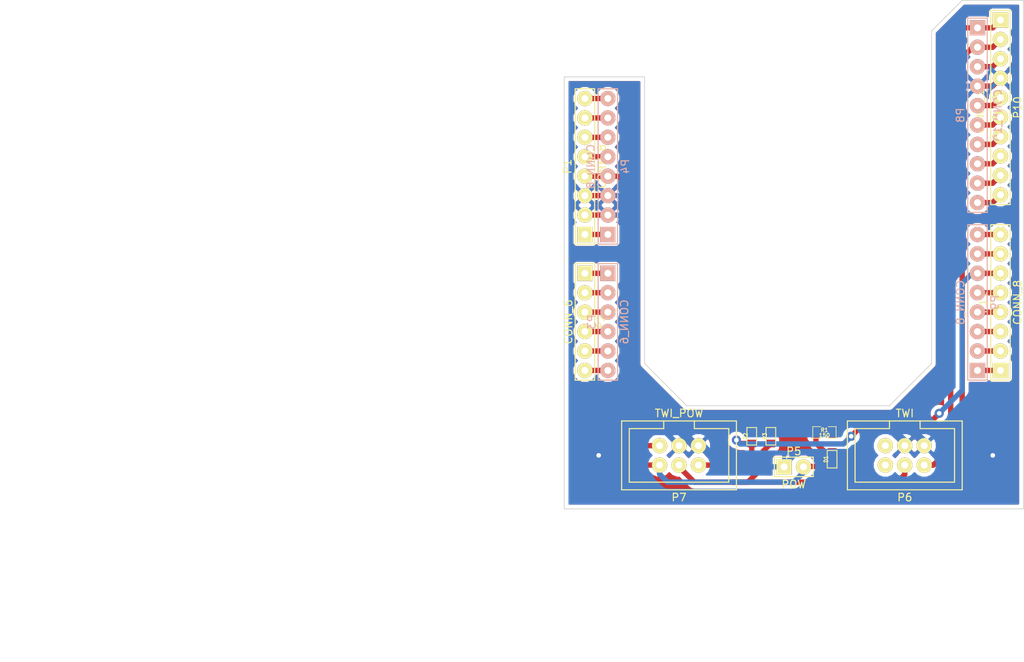
<source format=kicad_pcb>
(kicad_pcb (version 3) (host pcbnew "(2013-may-18)-stable")

  (general
    (links 53)
    (no_connects 0)
    (area 34.214287 15.561888 149.499999 183.990001)
    (thickness 1.6)
    (drawings 12)
    (tracks 160)
    (zones 0)
    (modules 15)
    (nets 32)
  )

  (page A4)
  (layers
    (15 F.Cu signal)
    (0 B.Cu signal)
    (16 B.Adhes user)
    (17 F.Adhes user)
    (18 B.Paste user)
    (19 F.Paste user)
    (20 B.SilkS user)
    (21 F.SilkS user)
    (22 B.Mask user)
    (23 F.Mask user)
    (24 Dwgs.User user)
    (25 Cmts.User user)
    (26 Eco1.User user)
    (27 Eco2.User user)
    (28 Edge.Cuts user)
  )

  (setup
    (last_trace_width 0.7)
    (trace_clearance 0.254)
    (zone_clearance 0.508)
    (zone_45_only no)
    (trace_min 0.254)
    (segment_width 0.2)
    (edge_width 0.1)
    (via_size 1.2)
    (via_drill 0.6)
    (via_min_size 0.889)
    (via_min_drill 0.508)
    (uvia_size 0.508)
    (uvia_drill 0.127)
    (uvias_allowed no)
    (uvia_min_size 0.508)
    (uvia_min_drill 0.127)
    (pcb_text_width 0.3)
    (pcb_text_size 1.5 1.5)
    (mod_edge_width 0.15)
    (mod_text_size 1 1)
    (mod_text_width 0.15)
    (pad_size 2 2)
    (pad_drill 0.9)
    (pad_to_mask_clearance 0)
    (aux_axis_origin 0 0)
    (visible_elements 7FFFFFFF)
    (pcbplotparams
      (layerselection 32768)
      (usegerberextensions false)
      (excludeedgelayer false)
      (linewidth 0.150000)
      (plotframeref false)
      (viasonmask false)
      (mode 1)
      (useauxorigin false)
      (hpglpennumber 1)
      (hpglpenspeed 20)
      (hpglpendiameter 15)
      (hpglpenoverlay 2)
      (psnegative false)
      (psa4output false)
      (plotreference true)
      (plotvalue true)
      (plotothertext true)
      (plotinvisibletext false)
      (padsonsilk false)
      (subtractmaskfromsilk false)
      (outputformat 2)
      (mirror false)
      (drillshape 2)
      (scaleselection 1)
      (outputdirectory ""))
  )

  (net 0 "")
  (net 1 /LED)
  (net 2 /SCL)
  (net 3 /SDA)
  (net 4 GND)
  (net 5 N-000001)
  (net 6 N-0000010)
  (net 7 N-0000011)
  (net 8 N-0000012)
  (net 9 N-0000013)
  (net 10 N-0000014)
  (net 11 N-0000015)
  (net 12 N-0000016)
  (net 13 N-0000017)
  (net 14 N-0000018)
  (net 15 N-0000019)
  (net 16 N-000002)
  (net 17 N-0000021)
  (net 18 N-0000022)
  (net 19 N-0000023)
  (net 20 N-0000024)
  (net 21 N-000003)
  (net 22 N-0000030)
  (net 23 N-0000031)
  (net 24 N-0000033)
  (net 25 N-000004)
  (net 26 N-000005)
  (net 27 N-000006)
  (net 28 N-000007)
  (net 29 N-000008)
  (net 30 N-000009)
  (net 31 VCC)

  (net_class Default "This is the default net class."
    (clearance 0.254)
    (trace_width 0.7)
    (via_dia 1.2)
    (via_drill 0.6)
    (uvia_dia 0.508)
    (uvia_drill 0.127)
    (add_net "")
    (add_net /LED)
    (add_net /SCL)
    (add_net /SDA)
    (add_net GND)
    (add_net N-000001)
    (add_net N-0000010)
    (add_net N-0000011)
    (add_net N-0000012)
    (add_net N-0000013)
    (add_net N-0000014)
    (add_net N-0000015)
    (add_net N-0000016)
    (add_net N-0000017)
    (add_net N-0000018)
    (add_net N-0000019)
    (add_net N-000002)
    (add_net N-0000021)
    (add_net N-0000022)
    (add_net N-0000023)
    (add_net N-0000024)
    (add_net N-000003)
    (add_net N-0000030)
    (add_net N-0000031)
    (add_net N-0000033)
    (add_net N-000004)
    (add_net N-000005)
    (add_net N-000006)
    (add_net N-000007)
    (add_net N-000008)
    (add_net N-000009)
    (add_net VCC)
  )

  (module wannenstecker_2x3_rm254 (layer F.Cu) (tedit 535A5B44) (tstamp 536A6C9D)
    (at 221 157 180)
    (path /534D8B0A)
    (fp_text reference P7 (at 0 -5.5 180) (layer F.SilkS)
      (effects (font (size 1 1) (thickness 0.15)))
    )
    (fp_text value TWI_POW (at 0 5.5 180) (layer F.SilkS)
      (effects (font (size 1 1) (thickness 0.15)))
    )
    (fp_line (start -2 4.5) (end -2 3.5) (layer F.SilkS) (width 0.15))
    (fp_line (start -2 3.5) (end -6.5 3.5) (layer F.SilkS) (width 0.15))
    (fp_line (start -6.5 3.5) (end -6.5 -3.5) (layer F.SilkS) (width 0.15))
    (fp_line (start -6.5 -3.5) (end 6.5 -3.5) (layer F.SilkS) (width 0.15))
    (fp_line (start 6.5 -3.5) (end 6.5 3.5) (layer F.SilkS) (width 0.15))
    (fp_line (start 6.5 3.5) (end 2 3.5) (layer F.SilkS) (width 0.15))
    (fp_line (start 2 3.5) (end 2 4.5) (layer F.SilkS) (width 0.15))
    (fp_line (start -2 4.5) (end 2 4.5) (layer F.SilkS) (width 0.15))
    (fp_line (start -2 4.5) (end -7.5 4.5) (layer F.SilkS) (width 0.15))
    (fp_line (start -7.5 4.5) (end -7.5 -4.5) (layer F.SilkS) (width 0.15))
    (fp_line (start -7.5 -4.5) (end 7.5 -4.5) (layer F.SilkS) (width 0.15))
    (fp_line (start 7.5 -4.5) (end 7.5 4.5) (layer F.SilkS) (width 0.15))
    (fp_line (start 7.5 4.5) (end 2 4.5) (layer F.SilkS) (width 0.15))
    (pad 1 thru_hole circle (at -2.54 1.27 180) (size 2 2) (drill 0.9)
      (layers *.Cu *.Mask F.SilkS)
      (net 4 GND)
    )
    (pad 2 thru_hole circle (at -2.54 -1.27 180) (size 2 2) (drill 0.9)
      (layers *.Cu *.Mask F.SilkS)
      (net 2 /SCL)
    )
    (pad 3 thru_hole circle (at 0 1.27 180) (size 2 2) (drill 0.9)
      (layers *.Cu *.Mask F.SilkS)
      (net 4 GND)
    )
    (pad 4 thru_hole circle (at 0 -1.27 180) (size 2 2) (drill 0.9)
      (layers *.Cu *.Mask F.SilkS)
      (net 3 /SDA)
    )
    (pad 5 thru_hole circle (at 2.54 1.27 180) (size 2 2) (drill 0.9)
      (layers *.Cu *.Mask F.SilkS)
      (net 31 VCC)
    )
    (pad 6 thru_hole circle (at 2.54 -1.27 180) (size 2 2) (drill 0.9)
      (layers *.Cu *.Mask F.SilkS)
      (net 31 VCC)
    )
  )

  (module wannenstecker_2x3_rm254 (layer F.Cu) (tedit 535A5B44) (tstamp 536A6CB4)
    (at 250.5 157 180)
    (path /534D9C21)
    (fp_text reference P6 (at 0 -5.5 180) (layer F.SilkS)
      (effects (font (size 1 1) (thickness 0.15)))
    )
    (fp_text value TWI (at 0 5.5 180) (layer F.SilkS)
      (effects (font (size 1 1) (thickness 0.15)))
    )
    (fp_line (start -2 4.5) (end -2 3.5) (layer F.SilkS) (width 0.15))
    (fp_line (start -2 3.5) (end -6.5 3.5) (layer F.SilkS) (width 0.15))
    (fp_line (start -6.5 3.5) (end -6.5 -3.5) (layer F.SilkS) (width 0.15))
    (fp_line (start -6.5 -3.5) (end 6.5 -3.5) (layer F.SilkS) (width 0.15))
    (fp_line (start 6.5 -3.5) (end 6.5 3.5) (layer F.SilkS) (width 0.15))
    (fp_line (start 6.5 3.5) (end 2 3.5) (layer F.SilkS) (width 0.15))
    (fp_line (start 2 3.5) (end 2 4.5) (layer F.SilkS) (width 0.15))
    (fp_line (start -2 4.5) (end 2 4.5) (layer F.SilkS) (width 0.15))
    (fp_line (start -2 4.5) (end -7.5 4.5) (layer F.SilkS) (width 0.15))
    (fp_line (start -7.5 4.5) (end -7.5 -4.5) (layer F.SilkS) (width 0.15))
    (fp_line (start -7.5 -4.5) (end 7.5 -4.5) (layer F.SilkS) (width 0.15))
    (fp_line (start 7.5 -4.5) (end 7.5 4.5) (layer F.SilkS) (width 0.15))
    (fp_line (start 7.5 4.5) (end 2 4.5) (layer F.SilkS) (width 0.15))
    (pad 1 thru_hole circle (at -2.54 1.27 180) (size 2 2) (drill 0.9)
      (layers *.Cu *.Mask F.SilkS)
      (net 4 GND)
    )
    (pad 2 thru_hole circle (at -2.54 -1.27 180) (size 2 2) (drill 0.9)
      (layers *.Cu *.Mask F.SilkS)
      (net 2 /SCL)
    )
    (pad 3 thru_hole circle (at 0 1.27 180) (size 2 2) (drill 0.9)
      (layers *.Cu *.Mask F.SilkS)
      (net 4 GND)
    )
    (pad 4 thru_hole circle (at 0 -1.27 180) (size 2 2) (drill 0.9)
      (layers *.Cu *.Mask F.SilkS)
      (net 3 /SDA)
    )
    (pad 5 thru_hole circle (at 2.54 1.27 180) (size 2 2) (drill 0.9)
      (layers *.Cu *.Mask F.SilkS)
    )
    (pad 6 thru_hole circle (at 2.54 -1.27 180) (size 2 2) (drill 0.9)
      (layers *.Cu *.Mask F.SilkS)
    )
  )

  (module Stiftleiste_8x1 (layer F.Cu) (tedit 536A7EFD) (tstamp 536A6CC6)
    (at 263 137 90)
    (path /534D8A3E)
    (fp_text reference P11 (at 0 -2.27 90) (layer F.SilkS)
      (effects (font (size 1 1) (thickness 0.15)))
    )
    (fp_text value CONN_8 (at 0 2.23 90) (layer F.SilkS)
      (effects (font (size 1 1) (thickness 0.15)))
    )
    (fp_line (start -5.08 -1.27) (end 10.16 -1.27) (layer F.SilkS) (width 0.15))
    (fp_line (start 10.16 -1.27) (end 10.16 1.27) (layer F.SilkS) (width 0.15))
    (fp_line (start 10.16 1.27) (end -5.08 1.27) (layer F.SilkS) (width 0.15))
    (fp_line (start -10.16 -1.27) (end -5.08 -1.27) (layer F.SilkS) (width 0.15))
    (fp_line (start -5.08 1.27) (end -10.16 1.27) (layer F.SilkS) (width 0.15))
    (fp_line (start -10.16 1.27) (end -10.16 -1.27) (layer F.SilkS) (width 0.15))
    (pad 1 thru_hole rect (at -8.89 0 90) (size 2 2) (drill 0.9)
      (layers *.Cu *.Mask F.SilkS)
      (net 11 N-0000015)
    )
    (pad 2 thru_hole circle (at -6.35 0 90) (size 2 2) (drill 0.9)
      (layers *.Cu *.Mask F.SilkS)
      (net 12 N-0000016)
    )
    (pad 3 thru_hole circle (at -3.81 0 90) (size 2 2) (drill 0.9)
      (layers *.Cu *.Mask F.SilkS)
      (net 13 N-0000017)
    )
    (pad 4 thru_hole circle (at -1.27 0 90) (size 2 2) (drill 0.9)
      (layers *.Cu *.Mask F.SilkS)
      (net 14 N-0000018)
    )
    (pad 5 thru_hole circle (at 1.27 0 90) (size 2 2) (drill 0.9)
      (layers *.Cu *.Mask F.SilkS)
      (net 15 N-0000019)
    )
    (pad 6 thru_hole circle (at 3.81 0 90) (size 2 2) (drill 0.9)
      (layers *.Cu *.Mask F.SilkS)
      (net 1 /LED)
    )
    (pad 7 thru_hole circle (at 6.35 0 90) (size 2 2) (drill 0.9)
      (layers *.Cu *.Mask F.SilkS)
      (net 22 N-0000030)
    )
    (pad 8 thru_hole circle (at 8.89 0 90) (size 2 2) (drill 0.9)
      (layers *.Cu *.Mask F.SilkS)
      (net 23 N-0000031)
    )
  )

  (module Stiftleiste_8x1 (layer F.Cu) (tedit 536A950A) (tstamp 536A6CD8)
    (at 208.7 119.22 90)
    (path /534D8A4D)
    (fp_text reference P1 (at 0 -2.27 90) (layer F.SilkS)
      (effects (font (size 1 1) (thickness 0.15)))
    )
    (fp_text value CONN_8 (at 0 2.23 90) (layer F.SilkS)
      (effects (font (size 1 1) (thickness 0.15)))
    )
    (fp_line (start -5.08 -1.27) (end 10.16 -1.27) (layer F.SilkS) (width 0.15))
    (fp_line (start 10.16 -1.27) (end 10.16 1.27) (layer F.SilkS) (width 0.15))
    (fp_line (start 10.16 1.27) (end -5.08 1.27) (layer F.SilkS) (width 0.15))
    (fp_line (start -10.16 -1.27) (end -5.08 -1.27) (layer F.SilkS) (width 0.15))
    (fp_line (start -5.08 1.27) (end -10.16 1.27) (layer F.SilkS) (width 0.15))
    (fp_line (start -10.16 1.27) (end -10.16 -1.27) (layer F.SilkS) (width 0.15))
    (pad 1 thru_hole rect (at -8.89 0 90) (size 2 2) (drill 0.9)
      (layers *.Cu *.Mask F.SilkS)
      (net 5 N-000001)
    )
    (pad 2 thru_hole circle (at -6.35 0 90) (size 2 2) (drill 0.9)
      (layers *.Cu *.Mask F.SilkS)
      (net 4 GND)
    )
    (pad 3 thru_hole circle (at -3.81 0 90) (size 2 2) (drill 0.9)
      (layers *.Cu *.Mask F.SilkS)
      (net 4 GND)
    )
    (pad 4 thru_hole circle (at -1.27 0 90) (size 2 2) (drill 0.9)
      (layers *.Cu *.Mask F.SilkS)
      (net 31 VCC)
    )
    (pad 5 thru_hole circle (at 1.27 0 90) (size 2 2) (drill 0.9)
      (layers *.Cu *.Mask F.SilkS)
      (net 17 N-0000021)
    )
    (pad 6 thru_hole circle (at 3.81 0 90) (size 2 2) (drill 0.9)
      (layers *.Cu *.Mask F.SilkS)
      (net 18 N-0000022)
    )
    (pad 7 thru_hole circle (at 6.35 0 90) (size 2 2) (drill 0.9)
      (layers *.Cu *.Mask F.SilkS)
      (net 19 N-0000023)
    )
    (pad 8 thru_hole circle (at 8.89 0 90) (size 2 2) (drill 0.9)
      (layers *.Cu *.Mask F.SilkS)
      (net 20 N-0000024)
    )
  )

  (module Stiftleiste_8x1 (layer B.Cu) (tedit 536A5909) (tstamp 536A8266)
    (at 211.7 119.22 90)
    (path /534D8FA2)
    (fp_text reference P4 (at 0 2.27 90) (layer B.SilkS)
      (effects (font (size 1 1) (thickness 0.15)) (justify mirror))
    )
    (fp_text value CONN_8 (at 0 -2.23 90) (layer B.SilkS)
      (effects (font (size 1 1) (thickness 0.15)) (justify mirror))
    )
    (fp_line (start -5.08 1.27) (end 10.16 1.27) (layer B.SilkS) (width 0.15))
    (fp_line (start 10.16 1.27) (end 10.16 -1.27) (layer B.SilkS) (width 0.15))
    (fp_line (start 10.16 -1.27) (end -5.08 -1.27) (layer B.SilkS) (width 0.15))
    (fp_line (start -10.16 1.27) (end -5.08 1.27) (layer B.SilkS) (width 0.15))
    (fp_line (start -5.08 -1.27) (end -10.16 -1.27) (layer B.SilkS) (width 0.15))
    (fp_line (start -10.16 -1.27) (end -10.16 1.27) (layer B.SilkS) (width 0.15))
    (pad 1 thru_hole rect (at -8.89 0 90) (size 2 2) (drill 0.9)
      (layers *.Cu *.Mask B.SilkS)
      (net 5 N-000001)
    )
    (pad 2 thru_hole circle (at -6.35 0 90) (size 2 2) (drill 0.9)
      (layers *.Cu *.Mask B.SilkS)
      (net 4 GND)
    )
    (pad 3 thru_hole circle (at -3.81 0 90) (size 2 2) (drill 0.9)
      (layers *.Cu *.Mask B.SilkS)
      (net 4 GND)
    )
    (pad 4 thru_hole circle (at -1.27 0 90) (size 2 2) (drill 0.9)
      (layers *.Cu *.Mask B.SilkS)
      (net 31 VCC)
    )
    (pad 5 thru_hole circle (at 1.27 0 90) (size 2 2) (drill 0.9)
      (layers *.Cu *.Mask B.SilkS)
      (net 17 N-0000021)
    )
    (pad 6 thru_hole circle (at 3.81 0 90) (size 2 2) (drill 0.9)
      (layers *.Cu *.Mask B.SilkS)
      (net 18 N-0000022)
    )
    (pad 7 thru_hole circle (at 6.35 0 90) (size 2 2) (drill 0.9)
      (layers *.Cu *.Mask B.SilkS)
      (net 19 N-0000023)
    )
    (pad 8 thru_hole circle (at 8.89 0 90) (size 2 2) (drill 0.9)
      (layers *.Cu *.Mask B.SilkS)
      (net 20 N-0000024)
    )
  )

  (module Stiftleiste_8x1 (layer B.Cu) (tedit 536A7B0E) (tstamp 536A6CFC)
    (at 260 137 90)
    (path /534D937F)
    (fp_text reference P9 (at 0 2.27 90) (layer B.SilkS)
      (effects (font (size 1 1) (thickness 0.15)) (justify mirror))
    )
    (fp_text value CONN_8 (at 0 -2.23 90) (layer B.SilkS)
      (effects (font (size 1 1) (thickness 0.15)) (justify mirror))
    )
    (fp_line (start -5.08 1.27) (end 10.16 1.27) (layer B.SilkS) (width 0.15))
    (fp_line (start 10.16 1.27) (end 10.16 -1.27) (layer B.SilkS) (width 0.15))
    (fp_line (start 10.16 -1.27) (end -5.08 -1.27) (layer B.SilkS) (width 0.15))
    (fp_line (start -10.16 1.27) (end -5.08 1.27) (layer B.SilkS) (width 0.15))
    (fp_line (start -5.08 -1.27) (end -10.16 -1.27) (layer B.SilkS) (width 0.15))
    (fp_line (start -10.16 -1.27) (end -10.16 1.27) (layer B.SilkS) (width 0.15))
    (pad 1 thru_hole rect (at -8.89 0 90) (size 2 2) (drill 0.9)
      (layers *.Cu *.Mask B.SilkS)
      (net 11 N-0000015)
    )
    (pad 2 thru_hole circle (at -6.35 0 90) (size 2 2) (drill 0.9)
      (layers *.Cu *.Mask B.SilkS)
      (net 12 N-0000016)
    )
    (pad 3 thru_hole circle (at -3.81 0 90) (size 2 2) (drill 0.9)
      (layers *.Cu *.Mask B.SilkS)
      (net 13 N-0000017)
    )
    (pad 4 thru_hole circle (at -1.27 0 90) (size 2 2) (drill 0.9)
      (layers *.Cu *.Mask B.SilkS)
      (net 14 N-0000018)
    )
    (pad 5 thru_hole circle (at 1.27 0 90) (size 2 2) (drill 0.9)
      (layers *.Cu *.Mask B.SilkS)
      (net 15 N-0000019)
    )
    (pad 6 thru_hole circle (at 3.81 0 90) (size 2 2) (drill 0.9)
      (layers *.Cu *.Mask B.SilkS)
      (net 1 /LED)
    )
    (pad 7 thru_hole circle (at 6.35 0 90) (size 2 2) (drill 0.9)
      (layers *.Cu *.Mask B.SilkS)
      (net 22 N-0000030)
    )
    (pad 8 thru_hole circle (at 8.89 0 90) (size 2 2) (drill 0.9)
      (layers *.Cu *.Mask B.SilkS)
      (net 23 N-0000031)
    )
  )

  (module Stiftleiste_6x1 (layer F.Cu) (tedit 536A9484) (tstamp 536A6D0C)
    (at 208.7 139.54 270)
    (path /534D8A5C)
    (fp_text reference P2 (at 0 -2.1 270) (layer F.SilkS)
      (effects (font (size 1 1) (thickness 0.15)))
    )
    (fp_text value CONN_6 (at 0 2.16 270) (layer F.SilkS)
      (effects (font (size 1 1) (thickness 0.15)))
    )
    (fp_line (start -2.54 -1.27) (end 7.62 -1.27) (layer F.SilkS) (width 0.15))
    (fp_line (start 7.62 -1.27) (end 7.62 1.27) (layer F.SilkS) (width 0.15))
    (fp_line (start 7.62 1.27) (end -2.54 1.27) (layer F.SilkS) (width 0.15))
    (fp_line (start -7.62 -1.27) (end -2.54 -1.27) (layer F.SilkS) (width 0.15))
    (fp_line (start -2.54 1.27) (end -7.62 1.27) (layer F.SilkS) (width 0.15))
    (fp_line (start -7.62 1.27) (end -7.62 -1.27) (layer F.SilkS) (width 0.15))
    (pad 1 thru_hole rect (at -6.35 0 270) (size 2 2) (drill 0.9)
      (layers *.Cu *.Mask F.SilkS)
      (net 28 N-000007)
    )
    (pad 2 thru_hole circle (at -3.81 0 270) (size 2 2) (drill 0.9)
      (layers *.Cu *.Mask F.SilkS)
      (net 27 N-000006)
    )
    (pad 3 thru_hole circle (at -1.27 0 270) (size 2 2) (drill 0.9)
      (layers *.Cu *.Mask F.SilkS)
      (net 26 N-000005)
    )
    (pad 4 thru_hole circle (at 1.27 0 270) (size 2 2) (drill 0.9)
      (layers *.Cu *.Mask F.SilkS)
      (net 25 N-000004)
    )
    (pad 5 thru_hole circle (at 3.81 0 270) (size 2 2) (drill 0.9)
      (layers *.Cu *.Mask F.SilkS)
      (net 21 N-000003)
    )
    (pad 6 thru_hole circle (at 6.35 0 270) (size 2 2) (drill 0.9)
      (layers *.Cu *.Mask F.SilkS)
      (net 16 N-000002)
    )
  )

  (module Stiftleiste_6x1 (layer B.Cu) (tedit 536A59AA) (tstamp 536A6D1C)
    (at 211.7 139.54 270)
    (path /534D8F83)
    (fp_text reference P3 (at 0 2.1 270) (layer B.SilkS)
      (effects (font (size 1 1) (thickness 0.15)) (justify mirror))
    )
    (fp_text value CONN_6 (at 0 -2.16 270) (layer B.SilkS)
      (effects (font (size 1 1) (thickness 0.15)) (justify mirror))
    )
    (fp_line (start -2.54 1.27) (end 7.62 1.27) (layer B.SilkS) (width 0.15))
    (fp_line (start 7.62 1.27) (end 7.62 -1.27) (layer B.SilkS) (width 0.15))
    (fp_line (start 7.62 -1.27) (end -2.54 -1.27) (layer B.SilkS) (width 0.15))
    (fp_line (start -7.62 1.27) (end -2.54 1.27) (layer B.SilkS) (width 0.15))
    (fp_line (start -2.54 -1.27) (end -7.62 -1.27) (layer B.SilkS) (width 0.15))
    (fp_line (start -7.62 -1.27) (end -7.62 1.27) (layer B.SilkS) (width 0.15))
    (pad 1 thru_hole rect (at -6.35 0 270) (size 2 2) (drill 0.9)
      (layers *.Cu *.Mask B.SilkS)
      (net 28 N-000007)
    )
    (pad 2 thru_hole circle (at -3.81 0 270) (size 2 2) (drill 0.9)
      (layers *.Cu *.Mask B.SilkS)
      (net 27 N-000006)
    )
    (pad 3 thru_hole circle (at -1.27 0 270) (size 2 2) (drill 0.9)
      (layers *.Cu *.Mask B.SilkS)
      (net 26 N-000005)
    )
    (pad 4 thru_hole circle (at 1.27 0 270) (size 2 2) (drill 0.9)
      (layers *.Cu *.Mask B.SilkS)
      (net 25 N-000004)
    )
    (pad 5 thru_hole circle (at 3.81 0 270) (size 2 2) (drill 0.9)
      (layers *.Cu *.Mask B.SilkS)
      (net 21 N-000003)
    )
    (pad 6 thru_hole circle (at 6.35 0 270) (size 2 2) (drill 0.9)
      (layers *.Cu *.Mask B.SilkS)
      (net 16 N-000002)
    )
  )

  (module Stiftleiste_2x1 (layer F.Cu) (tedit 535A5C84) (tstamp 536A6D26)
    (at 236 158.5)
    (path /534D8B3A)
    (fp_text reference P5 (at 0 -2.032) (layer F.SilkS)
      (effects (font (size 1 1) (thickness 0.15)))
    )
    (fp_text value POW (at 0 2.286) (layer F.SilkS)
      (effects (font (size 1 1) (thickness 0.15)))
    )
    (fp_line (start -2.54 -1.27) (end 2.54 -1.27) (layer F.SilkS) (width 0.15))
    (fp_line (start 2.54 -1.27) (end 2.54 1.27) (layer F.SilkS) (width 0.15))
    (fp_line (start 2.54 1.27) (end -2.54 1.27) (layer F.SilkS) (width 0.15))
    (fp_line (start -2.54 1.27) (end -2.54 -1.27) (layer F.SilkS) (width 0.15))
    (pad 1 thru_hole rect (at -1.27 0) (size 2 2) (drill 0.9)
      (layers *.Cu *.Mask F.SilkS)
      (net 4 GND)
    )
    (pad 2 thru_hole circle (at 1.27 0) (size 2 2) (drill 0.9)
      (layers *.Cu *.Mask F.SilkS)
      (net 31 VCC)
    )
  )

  (module Stiftleiste_10x1 (layer F.Cu) (tedit 536A953D) (tstamp 536A95A5)
    (at 263 111.5 270)
    (path /534D8A2F)
    (fp_text reference P10 (at 0 -2.23 270) (layer F.SilkS)
      (effects (font (size 1 1) (thickness 0.15)))
    )
    (fp_text value CONN_10 (at 0 2.64 270) (layer F.SilkS)
      (effects (font (size 1 1) (thickness 0.15)))
    )
    (fp_line (start -7.62 -1.27) (end 12.7 -1.27) (layer F.SilkS) (width 0.15))
    (fp_line (start 12.7 -1.27) (end 12.7 1.27) (layer F.SilkS) (width 0.15))
    (fp_line (start 12.7 1.27) (end -7.62 1.27) (layer F.SilkS) (width 0.15))
    (fp_line (start -12.7 -1.27) (end -7.62 -1.27) (layer F.SilkS) (width 0.15))
    (fp_line (start -7.62 1.27) (end -12.7 1.27) (layer F.SilkS) (width 0.15))
    (fp_line (start -12.7 1.27) (end -12.7 -1.27) (layer F.SilkS) (width 0.15))
    (pad 1 thru_hole rect (at -11.43 0 270) (size 2 2) (drill 0.9)
      (layers *.Cu *.Mask F.SilkS)
      (net 2 /SCL)
    )
    (pad 2 thru_hole circle (at -8.89 0 270) (size 2 2) (drill 0.9)
      (layers *.Cu *.Mask F.SilkS)
      (net 3 /SDA)
    )
    (pad 3 thru_hole circle (at -6.35 0 270) (size 2 2) (drill 0.9)
      (layers *.Cu *.Mask F.SilkS)
      (net 29 N-000008)
    )
    (pad 4 thru_hole circle (at -3.81 0 270) (size 2 2) (drill 0.9)
      (layers *.Cu *.Mask F.SilkS)
      (net 4 GND)
    )
    (pad 5 thru_hole circle (at -1.27 0 270) (size 2 2) (drill 0.9)
      (layers *.Cu *.Mask F.SilkS)
      (net 30 N-000009)
    )
    (pad 6 thru_hole circle (at 1.27 0 270) (size 2 2) (drill 0.9)
      (layers *.Cu *.Mask F.SilkS)
      (net 6 N-0000010)
    )
    (pad 7 thru_hole circle (at 3.81 0 270) (size 2 2) (drill 0.9)
      (layers *.Cu *.Mask F.SilkS)
      (net 7 N-0000011)
    )
    (pad 8 thru_hole circle (at 6.35 0 270) (size 2 2) (drill 0.9)
      (layers *.Cu *.Mask F.SilkS)
      (net 8 N-0000012)
    )
    (pad 9 thru_hole circle (at 8.89 0 270) (size 2 2) (drill 0.9)
      (layers *.Cu *.Mask F.SilkS)
      (net 9 N-0000013)
    )
    (pad 10 thru_hole circle (at 11.43 0 270) (size 2 2) (drill 0.9)
      (layers *.Cu *.Mask F.SilkS)
      (net 10 N-0000014)
    )
  )

  (module Stiftleiste_10x1 (layer B.Cu) (tedit 536A5981) (tstamp 536A6D4E)
    (at 260 112.52 270)
    (path /534D935D)
    (fp_text reference P8 (at 0 2.23 270) (layer B.SilkS)
      (effects (font (size 1 1) (thickness 0.15)) (justify mirror))
    )
    (fp_text value CONN_10 (at 0 -2.64 270) (layer B.SilkS)
      (effects (font (size 1 1) (thickness 0.15)) (justify mirror))
    )
    (fp_line (start -7.62 1.27) (end 12.7 1.27) (layer B.SilkS) (width 0.15))
    (fp_line (start 12.7 1.27) (end 12.7 -1.27) (layer B.SilkS) (width 0.15))
    (fp_line (start 12.7 -1.27) (end -7.62 -1.27) (layer B.SilkS) (width 0.15))
    (fp_line (start -12.7 1.27) (end -7.62 1.27) (layer B.SilkS) (width 0.15))
    (fp_line (start -7.62 -1.27) (end -12.7 -1.27) (layer B.SilkS) (width 0.15))
    (fp_line (start -12.7 -1.27) (end -12.7 1.27) (layer B.SilkS) (width 0.15))
    (pad 1 thru_hole rect (at -11.43 0 270) (size 2 2) (drill 0.9)
      (layers *.Cu *.Mask B.SilkS)
      (net 2 /SCL)
    )
    (pad 2 thru_hole circle (at -8.89 0 270) (size 2 2) (drill 0.9)
      (layers *.Cu *.Mask B.SilkS)
      (net 3 /SDA)
    )
    (pad 3 thru_hole circle (at -6.35 0 270) (size 2 2) (drill 0.9)
      (layers *.Cu *.Mask B.SilkS)
      (net 29 N-000008)
    )
    (pad 4 thru_hole circle (at -3.81 0 270) (size 2 2) (drill 0.9)
      (layers *.Cu *.Mask B.SilkS)
      (net 4 GND)
    )
    (pad 5 thru_hole circle (at -1.27 0 270) (size 2 2) (drill 0.9)
      (layers *.Cu *.Mask B.SilkS)
      (net 30 N-000009)
    )
    (pad 6 thru_hole circle (at 1.27 0 270) (size 2 2) (drill 0.9)
      (layers *.Cu *.Mask B.SilkS)
      (net 6 N-0000010)
    )
    (pad 7 thru_hole circle (at 3.81 0 270) (size 2 2) (drill 0.9)
      (layers *.Cu *.Mask B.SilkS)
      (net 7 N-0000011)
    )
    (pad 8 thru_hole circle (at 6.35 0 270) (size 2 2) (drill 0.9)
      (layers *.Cu *.Mask B.SilkS)
      (net 8 N-0000012)
    )
    (pad 9 thru_hole circle (at 8.89 0 270) (size 2 2) (drill 0.9)
      (layers *.Cu *.Mask B.SilkS)
      (net 9 N-0000013)
    )
    (pad 10 thru_hole circle (at 11.43 0 270) (size 2 2) (drill 0.9)
      (layers *.Cu *.Mask B.SilkS)
      (net 10 N-0000014)
    )
  )

  (module SM0805_big (layer F.Cu) (tedit 53595984) (tstamp 536A880E)
    (at 240 154)
    (tags SM0805)
    (path /534D8DBC)
    (attr smd)
    (fp_text reference R1 (at 0 -0.3175) (layer F.SilkS)
      (effects (font (size 0.50038 0.50038) (thickness 0.10922)))
    )
    (fp_text value 150 (at 0 0.381) (layer F.SilkS)
      (effects (font (size 0.50038 0.50038) (thickness 0.10922)))
    )
    (fp_line (start -0.508 0.762) (end -1.524 0.762) (layer F.SilkS) (width 0.09906))
    (fp_line (start -1.524 0.762) (end -1.524 -0.762) (layer F.SilkS) (width 0.09906))
    (fp_line (start -1.524 -0.762) (end -0.508 -0.762) (layer F.SilkS) (width 0.09906))
    (fp_line (start 0.508 -0.762) (end 1.524 -0.762) (layer F.SilkS) (width 0.09906))
    (fp_line (start 1.524 -0.762) (end 1.524 0.762) (layer F.SilkS) (width 0.09906))
    (fp_line (start 1.524 0.762) (end 0.508 0.762) (layer F.SilkS) (width 0.09906))
    (pad 1 smd rect (at -1.108 0) (size 1.2 1.397)
      (layers F.Cu F.Paste F.Mask)
      (net 24 N-0000033)
    )
    (pad 2 smd rect (at 1.108 0) (size 1.2 1.397)
      (layers F.Cu F.Paste F.Mask)
      (net 1 /LED)
    )
    (model smd/chip_cms.wrl
      (at (xyz 0 0 0))
      (scale (xyz 0.1 0.1 0.1))
      (rotate (xyz 0 0 0))
    )
  )

  (module SM0603_big (layer F.Cu) (tedit 535956B8) (tstamp 536A6D64)
    (at 230.5 154.5 90)
    (tags "SM0603 R")
    (path /534D8B65)
    (attr smd)
    (fp_text reference R2 (at 0 -0.8 90) (layer F.SilkS)
      (effects (font (size 0.508 0.4572) (thickness 0.1143)))
    )
    (fp_text value 2k2 (at 0 0 90) (layer F.SilkS) hide
      (effects (font (size 0.508 0.4572) (thickness 0.1143)))
    )
    (fp_line (start -1.143 -0.635) (end 1.143 -0.635) (layer F.SilkS) (width 0.127))
    (fp_line (start 1.143 -0.635) (end 1.143 0.635) (layer F.SilkS) (width 0.127))
    (fp_line (start 1.143 0.635) (end -1.143 0.635) (layer F.SilkS) (width 0.127))
    (fp_line (start -1.143 0.635) (end -1.143 -0.635) (layer F.SilkS) (width 0.127))
    (pad 1 smd rect (at -0.945 0 90) (size 1 1.143)
      (layers F.Cu F.Paste F.Mask)
      (net 2 /SCL)
    )
    (pad 2 smd rect (at 0.945 0 90) (size 1 1.143)
      (layers F.Cu F.Paste F.Mask)
      (net 31 VCC)
    )
    (model smd\resistors\R0603.wrl
      (at (xyz 0 0 0.001))
      (scale (xyz 0.5 0.5 0.5))
      (rotate (xyz 0 0 0))
    )
  )

  (module SM0603_big (layer F.Cu) (tedit 535956B8) (tstamp 536A6D6E)
    (at 233 154.5 90)
    (tags "SM0603 R")
    (path /534D8B72)
    (attr smd)
    (fp_text reference R3 (at 0 -0.8 90) (layer F.SilkS)
      (effects (font (size 0.508 0.4572) (thickness 0.1143)))
    )
    (fp_text value 2k2 (at 0 0 90) (layer F.SilkS) hide
      (effects (font (size 0.508 0.4572) (thickness 0.1143)))
    )
    (fp_line (start -1.143 -0.635) (end 1.143 -0.635) (layer F.SilkS) (width 0.127))
    (fp_line (start 1.143 -0.635) (end 1.143 0.635) (layer F.SilkS) (width 0.127))
    (fp_line (start 1.143 0.635) (end -1.143 0.635) (layer F.SilkS) (width 0.127))
    (fp_line (start -1.143 0.635) (end -1.143 -0.635) (layer F.SilkS) (width 0.127))
    (pad 1 smd rect (at -0.945 0 90) (size 1 1.143)
      (layers F.Cu F.Paste F.Mask)
      (net 3 /SDA)
    )
    (pad 2 smd rect (at 0.945 0 90) (size 1 1.143)
      (layers F.Cu F.Paste F.Mask)
      (net 31 VCC)
    )
    (model smd\resistors\R0603.wrl
      (at (xyz 0 0 0.001))
      (scale (xyz 0.5 0.5 0.5))
      (rotate (xyz 0 0 0))
    )
  )

  (module SM0603_big (layer F.Cu) (tedit 535956B8) (tstamp 536A6D78)
    (at 241 157.5 90)
    (tags "SM0603 R")
    (path /534D8DCA)
    (attr smd)
    (fp_text reference D1 (at 0 -0.8 90) (layer F.SilkS)
      (effects (font (size 0.508 0.4572) (thickness 0.1143)))
    )
    (fp_text value LED (at 0 0 90) (layer F.SilkS) hide
      (effects (font (size 0.508 0.4572) (thickness 0.1143)))
    )
    (fp_line (start -1.143 -0.635) (end 1.143 -0.635) (layer F.SilkS) (width 0.127))
    (fp_line (start 1.143 -0.635) (end 1.143 0.635) (layer F.SilkS) (width 0.127))
    (fp_line (start 1.143 0.635) (end -1.143 0.635) (layer F.SilkS) (width 0.127))
    (fp_line (start -1.143 0.635) (end -1.143 -0.635) (layer F.SilkS) (width 0.127))
    (pad 1 smd rect (at -0.945 0 90) (size 1 1.143)
      (layers F.Cu F.Paste F.Mask)
      (net 31 VCC)
    )
    (pad 2 smd rect (at 0.945 0 90) (size 1 1.143)
      (layers F.Cu F.Paste F.Mask)
      (net 24 N-0000033)
    )
    (model smd\resistors\R0603.wrl
      (at (xyz 0 0 0.001))
      (scale (xyz 0.5 0.5 0.5))
      (rotate (xyz 0 0 0))
    )
  )

  (gr_line (start 266 97.5) (end 258 97.5) (angle 90) (layer Edge.Cuts) (width 0.1))
  (gr_line (start 266 164) (end 266 97.5) (angle 90) (layer Edge.Cuts) (width 0.1))
  (gr_line (start 206 164) (end 266 164) (angle 90) (layer Edge.Cuts) (width 0.1))
  (gr_line (start 206 107.5) (end 206 164) (angle 90) (layer Edge.Cuts) (width 0.1))
  (gr_line (start 216.5 107.5) (end 206 107.5) (angle 90) (layer Edge.Cuts) (width 0.1))
  (gr_line (start 216.5 145) (end 216.5 107.5) (angle 90) (layer Edge.Cuts) (width 0.1))
  (gr_line (start 222 150.5) (end 216.5 145) (angle 90) (layer Edge.Cuts) (width 0.1))
  (gr_line (start 248.5 150.5) (end 222 150.5) (angle 90) (layer Edge.Cuts) (width 0.1))
  (gr_line (start 254 145) (end 248.5 150.5) (angle 90) (layer Edge.Cuts) (width 0.1))
  (gr_line (start 254 101.5) (end 254 145) (angle 90) (layer Edge.Cuts) (width 0.1))
  (gr_line (start 258 97.5) (end 254 101.5) (angle 90) (layer Edge.Cuts) (width 0.1))
  (gr_line (start 132.37 183.89) (end 132.37 183.76) (angle 90) (layer Cmts.User) (width 0.2))

  (segment (start 258 148.5) (end 258 147) (width 0.7) (layer B.Cu) (net 1))
  (segment (start 241.5 154) (end 243 152.5) (width 0.7) (layer F.Cu) (net 1) (tstamp 536A98F0))
  (segment (start 243 152.5) (end 254 152.5) (width 0.7) (layer F.Cu) (net 1) (tstamp 536A98F6))
  (segment (start 254 152.5) (end 255 151.5) (width 0.7) (layer F.Cu) (net 1) (tstamp 536A98FB))
  (via (at 255 151.5) (size 1.2) (layers F.Cu B.Cu) (net 1))
  (segment (start 255 151.5) (end 258 148.5) (width 0.7) (layer B.Cu) (net 1) (tstamp 536A9906))
  (segment (start 258 147) (end 258 134.5) (width 0.7) (layer B.Cu) (net 1) (tstamp 536A9907))
  (segment (start 258 134.5) (end 259.31 133.19) (width 0.7) (layer B.Cu) (net 1) (tstamp 536A990C))
  (segment (start 260 133.19) (end 259.31 133.19) (width 0.7) (layer B.Cu) (net 1) (tstamp 536A9910))
  (segment (start 241.5 154) (end 241.108 154) (width 0.7) (layer F.Cu) (net 1))
  (segment (start 260 133.19) (end 263 133.19) (width 0.7) (layer F.Cu) (net 1))
  (segment (start 256.5 102.5) (end 256.5 104) (width 0.7) (layer F.Cu) (net 2))
  (segment (start 255.5 153.5) (end 256.5 152.5) (width 0.7) (layer F.Cu) (net 2) (tstamp 536A98C6))
  (segment (start 256.5 152.5) (end 256.5 104) (width 0.7) (layer F.Cu) (net 2) (tstamp 536A98C7))
  (segment (start 256.5 102.5) (end 257.91 101.09) (width 0.7) (layer F.Cu) (net 2) (tstamp 536A98D0))
  (segment (start 260 101.09) (end 257.91 101.09) (width 0.7) (layer F.Cu) (net 2) (tstamp 536A98D2))
  (segment (start 255.5 153.5) (end 253.5 153.5) (width 0.7) (layer F.Cu) (net 2))
  (segment (start 260 101.09) (end 261.98 101.09) (width 0.7) (layer F.Cu) (net 2))
  (segment (start 261.98 101.09) (end 263 100.07) (width 0.7) (layer F.Cu) (net 2) (tstamp 536A965D))
  (segment (start 230.5 155.445) (end 228.945 155.445) (width 0.7) (layer F.Cu) (net 2))
  (segment (start 244.5 153.5) (end 253.5 153.5) (width 0.7) (layer F.Cu) (net 2) (tstamp 536A9271))
  (segment (start 243.5 154.5) (end 244.5 153.5) (width 0.7) (layer F.Cu) (net 2) (tstamp 536A9270))
  (via (at 243.5 154.5) (size 1.2) (layers F.Cu B.Cu) (net 2))
  (segment (start 242.5 155.5) (end 243.5 154.5) (width 0.7) (layer B.Cu) (net 2) (tstamp 536A926B))
  (segment (start 229 155.5) (end 242.5 155.5) (width 0.7) (layer B.Cu) (net 2) (tstamp 536A9253))
  (segment (start 228.5 155) (end 229 155.5) (width 0.7) (layer B.Cu) (net 2) (tstamp 536A9252))
  (via (at 228.5 155) (size 1.2) (layers F.Cu B.Cu) (net 2))
  (segment (start 228.945 155.445) (end 228.5 155) (width 0.7) (layer F.Cu) (net 2) (tstamp 536A924A))
  (segment (start 253.5 153.5) (end 254 153.5) (width 0.7) (layer F.Cu) (net 2) (tstamp 536A98C4))
  (segment (start 254.23 158.27) (end 253.04 158.27) (width 0.7) (layer F.Cu) (net 2) (tstamp 536A927F))
  (segment (start 255.5 157) (end 254.23 158.27) (width 0.7) (layer F.Cu) (net 2) (tstamp 536A927E))
  (segment (start 255.5 155) (end 255.5 157) (width 0.7) (layer F.Cu) (net 2) (tstamp 536A927C))
  (segment (start 254 153.5) (end 255.5 155) (width 0.7) (layer F.Cu) (net 2) (tstamp 536A9279))
  (segment (start 223.54 158.27) (end 229.23 158.27) (width 0.7) (layer F.Cu) (net 2))
  (segment (start 230.5 157) (end 230.5 156.5) (width 0.7) (layer F.Cu) (net 2) (tstamp 536A8861))
  (segment (start 230.5 156.5) (end 230.5 155.445) (width 0.7) (layer F.Cu) (net 2) (tstamp 536A89B8))
  (segment (start 229.23 158.27) (end 230.5 157) (width 0.7) (layer F.Cu) (net 2) (tstamp 536A885C))
  (segment (start 258 105) (end 258 106.5) (width 0.7) (layer F.Cu) (net 3))
  (segment (start 256.5 160.5) (end 258 159) (width 0.7) (layer F.Cu) (net 3) (tstamp 536A98A8))
  (segment (start 258 159) (end 258 106.5) (width 0.7) (layer F.Cu) (net 3) (tstamp 536A98AC))
  (segment (start 258 105) (end 259.37 103.63) (width 0.7) (layer F.Cu) (net 3) (tstamp 536A98B4))
  (segment (start 260 103.63) (end 259.37 103.63) (width 0.7) (layer F.Cu) (net 3) (tstamp 536A98B9))
  (segment (start 256.5 160.5) (end 249.5 160.5) (width 0.7) (layer F.Cu) (net 3))
  (segment (start 260 103.63) (end 261.98 103.63) (width 0.7) (layer F.Cu) (net 3))
  (segment (start 261.98 103.63) (end 263 102.61) (width 0.7) (layer F.Cu) (net 3) (tstamp 536A9660))
  (segment (start 228 160.5) (end 249.5 160.5) (width 0.7) (layer F.Cu) (net 3))
  (segment (start 249.5 160.5) (end 250.5 159.5) (width 0.7) (layer F.Cu) (net 3) (tstamp 536A8905))
  (segment (start 250.5 159.5) (end 250.5 158.27) (width 0.7) (layer F.Cu) (net 3) (tstamp 536A8906))
  (segment (start 221 158.27) (end 221 158.5) (width 0.7) (layer F.Cu) (net 3))
  (segment (start 232 156.445) (end 233 155.445) (width 0.7) (layer F.Cu) (net 3) (tstamp 536A8871))
  (segment (start 232 158.5) (end 232 156.445) (width 0.7) (layer F.Cu) (net 3) (tstamp 536A886E))
  (segment (start 230 160.5) (end 232 158.5) (width 0.7) (layer F.Cu) (net 3) (tstamp 536A8867))
  (segment (start 223 160.5) (end 228 160.5) (width 0.7) (layer F.Cu) (net 3) (tstamp 536A8865))
  (segment (start 228 160.5) (end 230 160.5) (width 0.7) (layer F.Cu) (net 3) (tstamp 536A8903))
  (segment (start 221 158.5) (end 223 160.5) (width 0.7) (layer F.Cu) (net 3) (tstamp 536A8864))
  (segment (start 256.5 148) (end 256.5 146.5) (width 0.7) (layer B.Cu) (net 4))
  (segment (start 251 153.5) (end 256.5 148) (width 0.7) (layer B.Cu) (net 4) (tstamp 536A9920))
  (segment (start 256.5 146.5) (end 256.5 110.5) (width 0.7) (layer B.Cu) (net 4) (tstamp 536A9926))
  (segment (start 256.5 110.5) (end 258.29 108.71) (width 0.7) (layer B.Cu) (net 4) (tstamp 536A992B))
  (segment (start 260 108.71) (end 258.29 108.71) (width 0.7) (layer B.Cu) (net 4) (tstamp 536A9930))
  (segment (start 251 153.5) (end 250.5 153.5) (width 0.7) (layer B.Cu) (net 4))
  (segment (start 214 146.5) (end 214 148.5) (width 0.7) (layer B.Cu) (net 4))
  (segment (start 219.5 154) (end 214 148.5) (width 0.7) (layer B.Cu) (net 4) (tstamp 536A9691))
  (segment (start 219.5 154) (end 221 154) (width 0.7) (layer B.Cu) (net 4))
  (via (at 262 157) (size 1.2) (layers F.Cu B.Cu) (net 4))
  (segment (start 262 157) (end 258.5 153.5) (width 0.7) (layer B.Cu) (net 4) (tstamp 536A9939))
  (segment (start 258.5 153.5) (end 250.5 153.5) (width 0.7) (layer B.Cu) (net 4))
  (segment (start 219 154) (end 213.5 154) (width 0.7) (layer B.Cu) (net 4))
  (via (at 210.5 157) (size 1.2) (layers F.Cu B.Cu) (net 4))
  (segment (start 213.5 154) (end 210.5 157) (width 0.7) (layer B.Cu) (net 4) (tstamp 536A96BD))
  (segment (start 214 126.5) (end 214 124) (width 0.7) (layer B.Cu) (net 4))
  (segment (start 213.03 123.03) (end 211.7 123.03) (width 0.7) (layer B.Cu) (net 4) (tstamp 536A9699))
  (segment (start 214 124) (end 213.03 123.03) (width 0.7) (layer B.Cu) (net 4) (tstamp 536A9698))
  (segment (start 213.07 125.57) (end 211.7 125.57) (width 0.7) (layer B.Cu) (net 4) (tstamp 536A9695))
  (segment (start 214 126.5) (end 213.07 125.57) (width 0.7) (layer B.Cu) (net 4) (tstamp 536A9694))
  (segment (start 214 147) (end 214 146.5) (width 0.7) (layer B.Cu) (net 4) (tstamp 536A9692))
  (segment (start 214 146.5) (end 214 126.5) (width 0.7) (layer B.Cu) (net 4) (tstamp 536A9FD7))
  (segment (start 260 108.71) (end 261.98 108.71) (width 0.7) (layer F.Cu) (net 4))
  (segment (start 261.98 108.71) (end 263 107.69) (width 0.7) (layer F.Cu) (net 4) (tstamp 536A9666))
  (segment (start 208.7 125.57) (end 211.7 125.57) (width 0.7) (layer F.Cu) (net 4))
  (segment (start 208.7 123.03) (end 211.7 123.03) (width 0.7) (layer F.Cu) (net 4))
  (segment (start 248.5 153.5) (end 250.5 153.5) (width 0.7) (layer B.Cu) (net 4))
  (segment (start 250.5 153.5) (end 251.5 153.5) (width 0.7) (layer B.Cu) (net 4) (tstamp 536A991E))
  (segment (start 253.04 155.04) (end 253.04 155.73) (width 0.7) (layer B.Cu) (net 4) (tstamp 536A89E6))
  (segment (start 251.5 153.5) (end 253.04 155.04) (width 0.7) (layer B.Cu) (net 4) (tstamp 536A89E5))
  (segment (start 234.73 158.5) (end 234.73 158.27) (width 0.7) (layer B.Cu) (net 4))
  (segment (start 250.5 155) (end 250.5 155.73) (width 0.7) (layer B.Cu) (net 4) (tstamp 536A89DB))
  (segment (start 249 153.5) (end 250.5 155) (width 0.7) (layer B.Cu) (net 4) (tstamp 536A89DA))
  (segment (start 246.5 153.5) (end 248.5 153.5) (width 0.7) (layer B.Cu) (net 4) (tstamp 536A89D8))
  (segment (start 248.5 153.5) (end 249 153.5) (width 0.7) (layer B.Cu) (net 4) (tstamp 536A89E3))
  (segment (start 243.5 156.5) (end 246.5 153.5) (width 0.7) (layer B.Cu) (net 4) (tstamp 536A89D4))
  (segment (start 236.5 156.5) (end 243.5 156.5) (width 0.7) (layer B.Cu) (net 4) (tstamp 536A89D0))
  (segment (start 234.73 158.27) (end 236.5 156.5) (width 0.7) (layer B.Cu) (net 4) (tstamp 536A89CB))
  (segment (start 223.54 155.73) (end 222.73 155.73) (width 0.7) (layer B.Cu) (net 4))
  (segment (start 222.73 155.73) (end 221 154) (width 0.7) (layer B.Cu) (net 4) (tstamp 536A8955))
  (segment (start 221 154) (end 219 154) (width 0.7) (layer B.Cu) (net 4) (tstamp 536A8958))
  (segment (start 219 154) (end 218.5 154) (width 0.7) (layer B.Cu) (net 4) (tstamp 536A96BB))
  (segment (start 234.73 158.5) (end 227 158.5) (width 0.7) (layer B.Cu) (net 4))
  (segment (start 224.23 155.73) (end 223.54 155.73) (width 0.7) (layer B.Cu) (net 4) (tstamp 536A8951))
  (segment (start 227 158.5) (end 224.23 155.73) (width 0.7) (layer B.Cu) (net 4) (tstamp 536A8943))
  (segment (start 219.27 154) (end 221 155.73) (width 0.7) (layer B.Cu) (net 4) (tstamp 536A8844))
  (segment (start 218.5 154) (end 219.27 154) (width 0.7) (layer B.Cu) (net 4) (tstamp 536A884D))
  (segment (start 208.7 128.11) (end 211.7 128.11) (width 0.7) (layer F.Cu) (net 5))
  (segment (start 260 113.79) (end 261.98 113.79) (width 0.7) (layer F.Cu) (net 6))
  (segment (start 261.98 113.79) (end 263 112.77) (width 0.7) (layer F.Cu) (net 6) (tstamp 536A966C))
  (segment (start 260 116.33) (end 261.98 116.33) (width 0.7) (layer F.Cu) (net 7))
  (segment (start 261.98 116.33) (end 263 115.31) (width 0.7) (layer F.Cu) (net 7) (tstamp 536A966F))
  (segment (start 260 118.87) (end 261.98 118.87) (width 0.7) (layer F.Cu) (net 8))
  (segment (start 261.98 118.87) (end 263 117.85) (width 0.7) (layer F.Cu) (net 8) (tstamp 536A9672))
  (segment (start 260 121.41) (end 261.98 121.41) (width 0.7) (layer F.Cu) (net 9))
  (segment (start 261.98 121.41) (end 263 120.39) (width 0.7) (layer F.Cu) (net 9) (tstamp 536A9675))
  (segment (start 260 123.95) (end 261.98 123.95) (width 0.7) (layer F.Cu) (net 10))
  (segment (start 261.98 123.95) (end 263 122.93) (width 0.7) (layer F.Cu) (net 10) (tstamp 536A9678))
  (segment (start 260 145.89) (end 263 145.89) (width 0.7) (layer F.Cu) (net 11))
  (segment (start 260 143.35) (end 263 143.35) (width 0.7) (layer F.Cu) (net 12))
  (segment (start 260 140.81) (end 263 140.81) (width 0.7) (layer F.Cu) (net 13))
  (segment (start 260 138.27) (end 263 138.27) (width 0.7) (layer F.Cu) (net 14))
  (segment (start 260 135.73) (end 263 135.73) (width 0.7) (layer F.Cu) (net 15))
  (segment (start 208.7 145.89) (end 211.7 145.89) (width 0.7) (layer F.Cu) (net 16))
  (segment (start 208.7 117.95) (end 211.7 117.95) (width 0.7) (layer F.Cu) (net 17))
  (segment (start 208.7 115.41) (end 211.7 115.41) (width 0.7) (layer F.Cu) (net 18))
  (segment (start 208.7 112.87) (end 211.7 112.87) (width 0.7) (layer F.Cu) (net 19))
  (segment (start 208.7 110.33) (end 211.7 110.33) (width 0.7) (layer F.Cu) (net 20))
  (segment (start 208.7 143.35) (end 211.7 143.35) (width 0.7) (layer F.Cu) (net 21))
  (segment (start 260 130.65) (end 263 130.65) (width 0.7) (layer F.Cu) (net 22))
  (segment (start 260 128.11) (end 263 128.11) (width 0.7) (layer F.Cu) (net 23))
  (segment (start 238.892 154) (end 238.892 155.392) (width 0.7) (layer F.Cu) (net 24))
  (segment (start 240.055 156.555) (end 241 156.555) (width 0.7) (layer F.Cu) (net 24) (tstamp 536A8A9B))
  (segment (start 238.892 155.392) (end 240.055 156.555) (width 0.7) (layer F.Cu) (net 24) (tstamp 536A8A9A))
  (segment (start 208.7 140.81) (end 211.7 140.81) (width 0.7) (layer F.Cu) (net 25))
  (segment (start 208.7 138.27) (end 211.7 138.27) (width 0.7) (layer F.Cu) (net 26))
  (segment (start 208.7 135.73) (end 211.7 135.73) (width 0.7) (layer F.Cu) (net 27))
  (segment (start 208.7 133.19) (end 211.7 133.19) (width 0.7) (layer F.Cu) (net 28))
  (segment (start 260 106.17) (end 261.98 106.17) (width 0.7) (layer F.Cu) (net 29))
  (segment (start 261.98 106.17) (end 263 105.15) (width 0.7) (layer F.Cu) (net 29) (tstamp 536A9663))
  (segment (start 260 111.25) (end 261.98 111.25) (width 0.7) (layer F.Cu) (net 30))
  (segment (start 261.98 111.25) (end 263 110.23) (width 0.7) (layer F.Cu) (net 30) (tstamp 536A9669))
  (segment (start 214 123.5) (end 214 121.5) (width 0.7) (layer F.Cu) (net 31))
  (segment (start 213 120.5) (end 211.71 120.5) (width 0.7) (layer F.Cu) (net 31) (tstamp 536A96A4))
  (segment (start 214 121.5) (end 213 120.5) (width 0.7) (layer F.Cu) (net 31) (tstamp 536A96A3))
  (segment (start 211.71 120.5) (end 211.7 120.49) (width 0.7) (layer F.Cu) (net 31) (tstamp 536A96A5))
  (segment (start 230.5 153.555) (end 216.555 153.555) (width 0.7) (layer F.Cu) (net 31))
  (segment (start 216.555 153.555) (end 214 151) (width 0.7) (layer F.Cu) (net 31) (tstamp 536A9860))
  (segment (start 218.46 155.73) (end 216.23 155.73) (width 0.7) (layer F.Cu) (net 31))
  (segment (start 216.23 155.73) (end 214 153.5) (width 0.7) (layer F.Cu) (net 31) (tstamp 536A96B0))
  (segment (start 218.46 158.27) (end 216.27 158.27) (width 0.7) (layer F.Cu) (net 31))
  (segment (start 214 151) (end 214 123.5) (width 0.7) (layer F.Cu) (net 31) (tstamp 536A9868))
  (segment (start 214 123.5) (end 214 123) (width 0.7) (layer F.Cu) (net 31) (tstamp 536A9FE2))
  (segment (start 214 156) (end 214 153.5) (width 0.7) (layer F.Cu) (net 31) (tstamp 536A96A2))
  (segment (start 214 153.5) (end 214 151) (width 0.7) (layer F.Cu) (net 31) (tstamp 536A96B5))
  (segment (start 216.27 158.27) (end 214 156) (width 0.7) (layer F.Cu) (net 31) (tstamp 536A96A1))
  (segment (start 208.7 120.49) (end 211.7 120.49) (width 0.7) (layer F.Cu) (net 31))
  (segment (start 241 158.445) (end 237.325 158.445) (width 0.7) (layer F.Cu) (net 31))
  (segment (start 237.325 158.445) (end 237.27 158.5) (width 0.7) (layer F.Cu) (net 31) (tstamp 536A88E8))
  (segment (start 237.27 158.5) (end 237.27 159.23) (width 0.7) (layer B.Cu) (net 31))
  (segment (start 218.46 159.46) (end 218.46 158.27) (width 0.7) (layer B.Cu) (net 31) (tstamp 536A88DC))
  (segment (start 219.5 160.5) (end 218.46 159.46) (width 0.7) (layer B.Cu) (net 31) (tstamp 536A88DA))
  (segment (start 236 160.5) (end 219.5 160.5) (width 0.7) (layer B.Cu) (net 31) (tstamp 536A88D8))
  (segment (start 237.27 159.23) (end 236 160.5) (width 0.7) (layer B.Cu) (net 31) (tstamp 536A88D5))
  (segment (start 233 153.555) (end 230.5 153.555) (width 0.7) (layer F.Cu) (net 31))

  (zone (net 4) (net_name GND) (layer F.Cu) (tstamp 536AA229) (hatch edge 0.508)
    (connect_pads (clearance 0.508))
    (min_thickness 0.254)
    (fill (arc_segments 16) (thermal_gap 0.508) (thermal_bridge_width 0.508))
    (polygon
      (pts
        (xy 266 164) (xy 206 164) (xy 206 107.5) (xy 216.5 107.5) (xy 216.5 145)
        (xy 222 150.5) (xy 248.5 150.5) (xy 254 145) (xy 254 101.5) (xy 258 97.5)
        (xy 266 97.5)
      )
    )
    (filled_polygon
      (pts
        (xy 229.515 156.592) (xy 228.822 157.285) (xy 225.185908 157.285) (xy 225.185908 155.994538) (xy 225.161855 155.34454)
        (xy 224.959386 154.855737) (xy 224.69253 154.757075) (xy 223.719605 155.73) (xy 224.69253 156.702925) (xy 224.959386 156.604263)
        (xy 225.185908 155.994538) (xy 225.185908 157.285) (xy 224.86694 157.285) (xy 224.500019 156.917437) (xy 224.512925 156.88253)
        (xy 223.54 155.909605) (xy 223.360395 156.08921) (xy 223.360395 155.73) (xy 222.38747 154.757075) (xy 222.27 154.800506)
        (xy 222.15253 154.757075) (xy 221.179605 155.73) (xy 222.15253 156.702925) (xy 222.27 156.659493) (xy 222.38747 156.702925)
        (xy 223.360395 155.73) (xy 223.360395 156.08921) (xy 222.567075 156.88253) (xy 222.580165 156.917937) (xy 222.269801 157.22776)
        (xy 221.960019 156.917437) (xy 221.972925 156.88253) (xy 221 155.909605) (xy 220.027075 156.88253) (xy 220.040165 156.917937)
        (xy 219.729801 157.22776) (xy 219.502239 156.999801) (xy 219.812562 156.690019) (xy 219.84747 156.702925) (xy 220.820395 155.73)
        (xy 219.84747 154.757075) (xy 219.812062 154.770165) (xy 219.582298 154.54) (xy 220.040928 154.54) (xy 220.027075 154.57747)
        (xy 221 155.550395) (xy 221.972925 154.57747) (xy 221.959071 154.54) (xy 222.580928 154.54) (xy 222.567075 154.57747)
        (xy 223.54 155.550395) (xy 224.512925 154.57747) (xy 224.499071 154.54) (xy 227.35377 154.54) (xy 227.265215 154.753266)
        (xy 227.264786 155.244579) (xy 227.452408 155.698657) (xy 227.799515 156.046371) (xy 228.253266 156.234785) (xy 228.388287 156.234902)
        (xy 228.568057 156.355021) (xy 228.945 156.43) (xy 229.515 156.43) (xy 229.515 156.5) (xy 229.515 156.592)
      )
    )
    (filled_polygon
      (pts
        (xy 253.233747 155.744142) (xy 253.054142 155.923747) (xy 253.04 155.909605) (xy 252.860395 156.08921) (xy 252.860395 155.73)
        (xy 251.88747 154.757075) (xy 251.77 154.800506) (xy 251.65253 154.757075) (xy 250.679605 155.73) (xy 251.65253 156.702925)
        (xy 251.77 156.659493) (xy 251.88747 156.702925) (xy 252.860395 155.73) (xy 252.860395 156.08921) (xy 252.067075 156.88253)
        (xy 252.080165 156.917937) (xy 251.769801 157.22776) (xy 251.460019 156.917437) (xy 251.472925 156.88253) (xy 250.5 155.909605)
        (xy 249.527075 156.88253) (xy 249.540165 156.917937) (xy 249.229801 157.22776) (xy 249.002239 156.999801) (xy 249.312562 156.690019)
        (xy 249.34747 156.702925) (xy 250.320395 155.73) (xy 249.34747 154.757075) (xy 249.312062 154.770165) (xy 249.027394 154.485)
        (xy 249.561263 154.485) (xy 249.527075 154.57747) (xy 250.5 155.550395) (xy 251.472925 154.57747) (xy 251.438736 154.485)
        (xy 252.101263 154.485) (xy 252.067075 154.57747) (xy 253.04 155.550395) (xy 253.054142 155.536252) (xy 253.233747 155.715857)
        (xy 253.219605 155.73) (xy 253.233747 155.744142)
      )
    )
    (filled_polygon
      (pts
        (xy 265.315 163.315) (xy 264.645908 163.315) (xy 264.645908 107.954538) (xy 264.621855 107.30454) (xy 264.419386 106.815737)
        (xy 264.15253 106.717075) (xy 263.179605 107.69) (xy 264.15253 108.662925) (xy 264.419386 108.564263) (xy 264.645908 107.954538)
        (xy 264.645908 163.315) (xy 264.635283 163.315) (xy 264.635283 143.026205) (xy 264.386893 142.425057) (xy 264.042239 142.079801)
        (xy 264.385277 141.737362) (xy 264.634715 141.136648) (xy 264.635283 140.486205) (xy 264.386893 139.885057) (xy 264.042239 139.539801)
        (xy 264.385277 139.197362) (xy 264.634715 138.596648) (xy 264.635283 137.946205) (xy 264.386893 137.345057) (xy 264.042239 136.999801)
        (xy 264.385277 136.657362) (xy 264.634715 136.056648) (xy 264.635283 135.406205) (xy 264.386893 134.805057) (xy 264.042239 134.459801)
        (xy 264.385277 134.117362) (xy 264.634715 133.516648) (xy 264.635283 132.866205) (xy 264.386893 132.265057) (xy 264.042239 131.919801)
        (xy 264.385277 131.577362) (xy 264.634715 130.976648) (xy 264.635283 130.326205) (xy 264.386893 129.725057) (xy 264.042239 129.379801)
        (xy 264.385277 129.037362) (xy 264.634715 128.436648) (xy 264.635283 127.786205) (xy 264.386893 127.185057) (xy 263.927362 126.724723)
        (xy 263.326648 126.475285) (xy 262.676205 126.474717) (xy 262.075057 126.723107) (xy 261.672461 127.125) (xy 261.32694 127.125)
        (xy 260.927362 126.724723) (xy 260.326648 126.475285) (xy 259.676205 126.474717) (xy 259.075057 126.723107) (xy 258.985 126.813006)
        (xy 258.985 125.247485) (xy 259.072638 125.335277) (xy 259.673352 125.584715) (xy 260.323795 125.585283) (xy 260.924943 125.336893)
        (xy 261.327538 124.935) (xy 261.98 124.935) (xy 262.356943 124.860021) (xy 262.6765 124.6465) (xy 262.75821 124.564789)
        (xy 263.323795 124.565283) (xy 263.924943 124.316893) (xy 264.385277 123.857362) (xy 264.634715 123.256648) (xy 264.635283 122.606205)
        (xy 264.386893 122.005057) (xy 264.042239 121.659801) (xy 264.385277 121.317362) (xy 264.634715 120.716648) (xy 264.635283 120.066205)
        (xy 264.386893 119.465057) (xy 264.042239 119.119801) (xy 264.385277 118.777362) (xy 264.634715 118.176648) (xy 264.635283 117.526205)
        (xy 264.386893 116.925057) (xy 264.042239 116.579801) (xy 264.385277 116.237362) (xy 264.634715 115.636648) (xy 264.635283 114.986205)
        (xy 264.386893 114.385057) (xy 264.042239 114.039801) (xy 264.385277 113.697362) (xy 264.634715 113.096648) (xy 264.635283 112.446205)
        (xy 264.386893 111.845057) (xy 264.042239 111.499801) (xy 264.385277 111.157362) (xy 264.634715 110.556648) (xy 264.635283 109.906205)
        (xy 264.386893 109.305057) (xy 263.960019 108.877437) (xy 263.972925 108.84253) (xy 263 107.869605) (xy 262.027075 108.84253)
        (xy 262.040165 108.877937) (xy 261.614723 109.302638) (xy 261.365285 109.903352) (xy 261.364969 110.265) (xy 261.32694 110.265)
        (xy 260.960019 109.897437) (xy 260.972925 109.86253) (xy 260 108.889605) (xy 259.985857 108.903747) (xy 259.806252 108.724142)
        (xy 259.820395 108.71) (xy 259.806252 108.695857) (xy 259.985857 108.516252) (xy 260 108.530395) (xy 260.972925 107.55747)
        (xy 260.959834 107.522062) (xy 261.327538 107.155) (xy 261.454572 107.155) (xy 261.354092 107.425462) (xy 261.368579 107.816952)
        (xy 261.15253 107.737075) (xy 260.179605 108.71) (xy 261.15253 109.682925) (xy 261.419386 109.584263) (xy 261.645908 108.974538)
        (xy 261.63142 108.583047) (xy 261.84747 108.662925) (xy 262.820395 107.69) (xy 262.806252 107.675857) (xy 262.985857 107.496252)
        (xy 263 107.510395) (xy 263.972925 106.53747) (xy 263.959834 106.502062) (xy 264.385277 106.077362) (xy 264.634715 105.476648)
        (xy 264.635283 104.826205) (xy 264.386893 104.225057) (xy 264.042239 103.879801) (xy 264.385277 103.537362) (xy 264.634715 102.936648)
        (xy 264.635283 102.286205) (xy 264.386893 101.685057) (xy 264.324807 101.622863) (xy 264.359229 101.608641) (xy 264.538013 101.430168)
        (xy 264.634889 101.196864) (xy 264.63511 100.944245) (xy 264.63511 98.944245) (xy 264.538641 98.710771) (xy 264.360168 98.531987)
        (xy 264.126864 98.435111) (xy 263.874245 98.43489) (xy 261.874245 98.43489) (xy 261.640771 98.531359) (xy 261.461987 98.709832)
        (xy 261.365111 98.943136) (xy 261.36489 99.195755) (xy 261.36489 99.556717) (xy 261.360168 99.551987) (xy 261.126864 99.455111)
        (xy 260.874245 99.45489) (xy 258.874245 99.45489) (xy 258.640771 99.551359) (xy 258.461987 99.729832) (xy 258.365111 99.963136)
        (xy 258.364986 100.105) (xy 257.91 100.105) (xy 257.533057 100.179979) (xy 257.2135 100.3935) (xy 255.8035 101.8035)
        (xy 255.589979 102.123057) (xy 255.515 102.5) (xy 255.515 104) (xy 255.515 150.376608) (xy 255.246734 150.265215)
        (xy 254.755421 150.264786) (xy 254.301343 150.452408) (xy 253.953629 150.799515) (xy 253.765215 151.253266) (xy 253.765137 151.341861)
        (xy 253.591999 151.515) (xy 243 151.515) (xy 242.623057 151.589979) (xy 242.3035 151.8035) (xy 241.44061 152.66639)
        (xy 240.382245 152.66639) (xy 240.148771 152.762859) (xy 239.999897 152.911473) (xy 239.852168 152.763487) (xy 239.618864 152.666611)
        (xy 239.366245 152.66639) (xy 238.166245 152.66639) (xy 237.932771 152.762859) (xy 237.753987 152.941332) (xy 237.657111 153.174636)
        (xy 237.65689 153.427255) (xy 237.65689 154.824255) (xy 237.753359 155.057729) (xy 237.907 155.211637) (xy 237.907 155.392)
        (xy 237.981979 155.768943) (xy 238.1955 156.0885) (xy 239.3585 157.2515) (xy 239.670542 157.46) (xy 238.542036 157.46)
        (xy 238.197362 157.114723) (xy 237.596648 156.865285) (xy 236.946205 156.864717) (xy 236.345057 157.113107) (xy 236.282744 157.17531)
        (xy 236.268013 157.139832) (xy 236.089229 156.961359) (xy 235.855755 156.86489) (xy 235.01575 156.865) (xy 234.857 157.02375)
        (xy 234.857 158.373) (xy 234.877 158.373) (xy 234.877 158.627) (xy 234.857 158.627) (xy 234.857 158.647)
        (xy 234.603 158.647) (xy 234.603 158.627) (xy 234.603 158.373) (xy 234.603 157.02375) (xy 234.44425 156.865)
        (xy 233.604245 156.86489) (xy 233.370771 156.961359) (xy 233.191987 157.139832) (xy 233.095111 157.373136) (xy 233.09489 157.625755)
        (xy 233.095 158.21425) (xy 233.25375 158.373) (xy 234.603 158.373) (xy 234.603 158.627) (xy 233.25375 158.627)
        (xy 233.095 158.78575) (xy 233.09489 159.374245) (xy 233.095013 159.515) (xy 232.378 159.515) (xy 232.6965 159.1965)
        (xy 232.910021 158.876943) (xy 232.985 158.5) (xy 232.985 156.853) (xy 233.25789 156.58011) (xy 233.697255 156.58011)
        (xy 233.930729 156.483641) (xy 234.109513 156.305168) (xy 234.206389 156.071864) (xy 234.20661 155.819245) (xy 234.20661 154.819245)
        (xy 234.110141 154.585771) (xy 234.024526 154.500006) (xy 234.109513 154.415168) (xy 234.206389 154.181864) (xy 234.20661 153.929245)
        (xy 234.20661 152.929245) (xy 234.110141 152.695771) (xy 233.931668 152.516987) (xy 233.698364 152.420111) (xy 233.445745 152.41989)
        (xy 232.302745 152.41989) (xy 232.069271 152.516359) (xy 232.015536 152.57) (xy 231.484588 152.57) (xy 231.431668 152.516987)
        (xy 231.198364 152.420111) (xy 230.945745 152.41989) (xy 229.802745 152.41989) (xy 229.569271 152.516359) (xy 229.515536 152.57)
        (xy 216.963 152.57) (xy 214.985 150.591999) (xy 214.985 123.5) (xy 214.985 123) (xy 214.985 121.5)
        (xy 214.910021 121.123057) (xy 214.6965 120.8035) (xy 214.6965 120.803499) (xy 213.6965 119.8035) (xy 213.376943 119.589979)
        (xy 213.046071 119.524164) (xy 212.742239 119.219801) (xy 213.085277 118.877362) (xy 213.334715 118.276648) (xy 213.335283 117.626205)
        (xy 213.086893 117.025057) (xy 212.742239 116.679801) (xy 213.085277 116.337362) (xy 213.334715 115.736648) (xy 213.335283 115.086205)
        (xy 213.086893 114.485057) (xy 212.742239 114.139801) (xy 213.085277 113.797362) (xy 213.334715 113.196648) (xy 213.335283 112.546205)
        (xy 213.086893 111.945057) (xy 212.742239 111.599801) (xy 213.085277 111.257362) (xy 213.334715 110.656648) (xy 213.335283 110.006205)
        (xy 213.086893 109.405057) (xy 212.627362 108.944723) (xy 212.026648 108.695285) (xy 211.376205 108.694717) (xy 210.775057 108.943107)
        (xy 210.372461 109.345) (xy 210.02694 109.345) (xy 209.627362 108.944723) (xy 209.026648 108.695285) (xy 208.376205 108.694717)
        (xy 207.775057 108.943107) (xy 207.314723 109.402638) (xy 207.065285 110.003352) (xy 207.064717 110.653795) (xy 207.313107 111.254943)
        (xy 207.65776 111.600198) (xy 207.314723 111.942638) (xy 207.065285 112.543352) (xy 207.064717 113.193795) (xy 207.313107 113.794943)
        (xy 207.65776 114.140198) (xy 207.314723 114.482638) (xy 207.065285 115.083352) (xy 207.064717 115.733795) (xy 207.313107 116.334943)
        (xy 207.65776 116.680198) (xy 207.314723 117.022638) (xy 207.065285 117.623352) (xy 207.064717 118.273795) (xy 207.313107 118.874943)
        (xy 207.65776 119.220198) (xy 207.314723 119.562638) (xy 207.065285 120.163352) (xy 207.064717 120.813795) (xy 207.313107 121.414943)
        (xy 207.73998 121.842562) (xy 207.727075 121.87747) (xy 208.7 122.850395) (xy 209.672925 121.87747) (xy 209.659834 121.842062)
        (xy 210.027538 121.475) (xy 210.373059 121.475) (xy 210.73998 121.842562) (xy 210.727075 121.87747) (xy 211.7 122.850395)
        (xy 212.672925 121.87747) (xy 212.659834 121.842062) (xy 212.804574 121.697574) (xy 213.015 121.908) (xy 213.015 122.117143)
        (xy 212.85253 122.057075) (xy 211.879605 123.03) (xy 212.85253 124.002925) (xy 213.015 123.942856) (xy 213.015 124.657143)
        (xy 212.85253 124.597075) (xy 212.672925 124.77668) (xy 212.672925 124.41747) (xy 212.629493 124.3) (xy 212.672925 124.18253)
        (xy 211.7 123.209605) (xy 211.520395 123.38921) (xy 211.520395 123.03) (xy 210.54747 122.057075) (xy 210.280614 122.155737)
        (xy 210.20438 122.360932) (xy 210.119386 122.155737) (xy 209.85253 122.057075) (xy 208.879605 123.03) (xy 209.85253 124.002925)
        (xy 210.119386 123.904263) (xy 210.195619 123.699067) (xy 210.280614 123.904263) (xy 210.54747 124.002925) (xy 211.520395 123.03)
        (xy 211.520395 123.38921) (xy 210.727075 124.18253) (xy 210.770506 124.3) (xy 210.727075 124.41747) (xy 211.7 125.390395)
        (xy 212.672925 124.41747) (xy 212.672925 124.77668) (xy 211.879605 125.57) (xy 211.893747 125.584142) (xy 211.714142 125.763747)
        (xy 211.7 125.749605) (xy 211.685857 125.763747) (xy 211.506252 125.584142) (xy 211.520395 125.57) (xy 210.54747 124.597075)
        (xy 210.280614 124.695737) (xy 210.20438 124.900932) (xy 210.119386 124.695737) (xy 209.85253 124.597075) (xy 209.672925 124.77668)
        (xy 209.672925 124.41747) (xy 209.629493 124.3) (xy 209.672925 124.18253) (xy 208.7 123.209605) (xy 208.520395 123.38921)
        (xy 208.520395 123.03) (xy 207.54747 122.057075) (xy 207.280614 122.155737) (xy 207.054092 122.765462) (xy 207.078145 123.41546)
        (xy 207.280614 123.904263) (xy 207.54747 124.002925) (xy 208.520395 123.03) (xy 208.520395 123.38921) (xy 207.727075 124.18253)
        (xy 207.770506 124.3) (xy 207.727075 124.41747) (xy 208.7 125.390395) (xy 209.672925 124.41747) (xy 209.672925 124.77668)
        (xy 208.879605 125.57) (xy 208.893747 125.584142) (xy 208.714142 125.763747) (xy 208.7 125.749605) (xy 208.685857 125.763747)
        (xy 208.506252 125.584142) (xy 208.520395 125.57) (xy 207.54747 124.597075) (xy 207.280614 124.695737) (xy 207.054092 125.305462)
        (xy 207.078145 125.95546) (xy 207.280614 126.444263) (xy 207.4747 126.51602) (xy 207.340771 126.571359) (xy 207.161987 126.749832)
        (xy 207.065111 126.983136) (xy 207.06489 127.235755) (xy 207.06489 129.235755) (xy 207.161359 129.469229) (xy 207.339832 129.648013)
        (xy 207.573136 129.744889) (xy 207.825755 129.74511) (xy 209.825755 129.74511) (xy 210.059229 129.648641) (xy 210.200088 129.508026)
        (xy 210.339832 129.648013) (xy 210.573136 129.744889) (xy 210.825755 129.74511) (xy 212.825755 129.74511) (xy 213.015 129.666915)
        (xy 213.015 131.633231) (xy 212.826864 131.555111) (xy 212.574245 131.55489) (xy 210.574245 131.55489) (xy 210.340771 131.651359)
        (xy 210.199911 131.791973) (xy 210.060168 131.651987) (xy 209.826864 131.555111) (xy 209.574245 131.55489) (xy 207.574245 131.55489)
        (xy 207.340771 131.651359) (xy 207.161987 131.829832) (xy 207.065111 132.063136) (xy 207.06489 132.315755) (xy 207.06489 134.315755)
        (xy 207.161359 134.549229) (xy 207.339832 134.728013) (xy 207.374893 134.742571) (xy 207.314723 134.802638) (xy 207.065285 135.403352)
        (xy 207.064717 136.053795) (xy 207.313107 136.654943) (xy 207.65776 137.000198) (xy 207.314723 137.342638) (xy 207.065285 137.943352)
        (xy 207.064717 138.593795) (xy 207.313107 139.194943) (xy 207.65776 139.540198) (xy 207.314723 139.882638) (xy 207.065285 140.483352)
        (xy 207.064717 141.133795) (xy 207.313107 141.734943) (xy 207.65776 142.080198) (xy 207.314723 142.422638) (xy 207.065285 143.023352)
        (xy 207.064717 143.673795) (xy 207.313107 144.274943) (xy 207.65776 144.620198) (xy 207.314723 144.962638) (xy 207.065285 145.563352)
        (xy 207.064717 146.213795) (xy 207.313107 146.814943) (xy 207.772638 147.275277) (xy 208.373352 147.524715) (xy 209.023795 147.525283)
        (xy 209.624943 147.276893) (xy 210.027538 146.875) (xy 210.373059 146.875) (xy 210.772638 147.275277) (xy 211.373352 147.524715)
        (xy 212.023795 147.525283) (xy 212.624943 147.276893) (xy 213.015 146.887516) (xy 213.015 151) (xy 213.015 153.5)
        (xy 213.015 156) (xy 213.089979 156.376943) (xy 213.3035 156.6965) (xy 215.573499 158.9665) (xy 215.5735 158.9665)
        (xy 215.78702 159.109169) (xy 215.893056 159.18002) (xy 215.893057 159.180021) (xy 216.269999 159.254999) (xy 216.27 159.255)
        (xy 217.133059 159.255) (xy 217.532638 159.655277) (xy 218.133352 159.904715) (xy 218.783795 159.905283) (xy 219.384943 159.656893)
        (xy 219.730198 159.312239) (xy 220.072638 159.655277) (xy 220.673352 159.904715) (xy 221.01201 159.90501) (xy 222.3035 161.1965)
        (xy 222.623057 161.410021) (xy 223 161.485) (xy 228 161.485) (xy 230 161.485) (xy 249.5 161.485)
        (xy 256.5 161.485) (xy 256.876943 161.410021) (xy 257.1965 161.1965) (xy 258.6965 159.6965) (xy 258.910021 159.376943)
        (xy 258.985 159) (xy 258.985 147.524986) (xy 259.125755 147.52511) (xy 261.125755 147.52511) (xy 261.359229 147.428641)
        (xy 261.500088 147.288026) (xy 261.639832 147.428013) (xy 261.873136 147.524889) (xy 262.125755 147.52511) (xy 264.125755 147.52511)
        (xy 264.359229 147.428641) (xy 264.538013 147.250168) (xy 264.634889 147.016864) (xy 264.63511 146.764245) (xy 264.63511 144.764245)
        (xy 264.538641 144.530771) (xy 264.360168 144.351987) (xy 264.325106 144.337428) (xy 264.385277 144.277362) (xy 264.634715 143.676648)
        (xy 264.635283 143.026205) (xy 264.635283 163.315) (xy 206.685 163.315) (xy 206.685 108.185) (xy 215.815 108.185)
        (xy 215.815 145) (xy 215.867143 145.262138) (xy 216.015632 145.484368) (xy 221.515631 150.984368) (xy 221.515632 150.984368)
        (xy 221.737862 151.132857) (xy 222 151.185) (xy 248.5 151.185) (xy 248.762138 151.132857) (xy 248.984368 150.984368)
        (xy 254.484368 145.484369) (xy 254.484368 145.484368) (xy 254.632857 145.262138) (xy 254.684999 145) (xy 254.685 145)
        (xy 254.685 101.783736) (xy 258.283736 98.185) (xy 265.315 98.185) (xy 265.315 163.315)
      )
    )
  )
  (zone (net 4) (net_name GND) (layer B.Cu) (tstamp 536AA25D) (hatch edge 0.508)
    (connect_pads (clearance 0.508))
    (min_thickness 0.254)
    (fill (arc_segments 16) (thermal_gap 0.508) (thermal_bridge_width 0.508))
    (polygon
      (pts
        (xy 266 164) (xy 206 164) (xy 206 107.5) (xy 216.5 107.5) (xy 216.5 145)
        (xy 222 150.5) (xy 248.5 150.5) (xy 254 145) (xy 254 101.5) (xy 258 97.5)
        (xy 266 97.5)
      )
    )
    (filled_polygon
      (pts
        (xy 265.315 163.315) (xy 264.645908 163.315) (xy 264.645908 107.954538) (xy 264.635283 107.667412) (xy 264.635283 104.826205)
        (xy 264.386893 104.225057) (xy 264.042239 103.879801) (xy 264.385277 103.537362) (xy 264.634715 102.936648) (xy 264.635283 102.286205)
        (xy 264.386893 101.685057) (xy 264.324807 101.622863) (xy 264.359229 101.608641) (xy 264.538013 101.430168) (xy 264.634889 101.196864)
        (xy 264.63511 100.944245) (xy 264.63511 98.944245) (xy 264.538641 98.710771) (xy 264.360168 98.531987) (xy 264.126864 98.435111)
        (xy 263.874245 98.43489) (xy 261.874245 98.43489) (xy 261.640771 98.531359) (xy 261.461987 98.709832) (xy 261.365111 98.943136)
        (xy 261.36489 99.195755) (xy 261.36489 99.556717) (xy 261.360168 99.551987) (xy 261.126864 99.455111) (xy 260.874245 99.45489)
        (xy 258.874245 99.45489) (xy 258.640771 99.551359) (xy 258.461987 99.729832) (xy 258.365111 99.963136) (xy 258.36489 100.215755)
        (xy 258.36489 102.215755) (xy 258.461359 102.449229) (xy 258.639832 102.628013) (xy 258.674893 102.642571) (xy 258.614723 102.702638)
        (xy 258.365285 103.303352) (xy 258.364717 103.953795) (xy 258.613107 104.554943) (xy 258.95776 104.900198) (xy 258.614723 105.242638)
        (xy 258.365285 105.843352) (xy 258.364717 106.493795) (xy 258.613107 107.094943) (xy 259.03998 107.522562) (xy 259.027075 107.55747)
        (xy 260 108.530395) (xy 260.972925 107.55747) (xy 260.959834 107.522062) (xy 261.385277 107.097362) (xy 261.634715 106.496648)
        (xy 261.635064 106.096938) (xy 262.03998 106.502562) (xy 262.027075 106.53747) (xy 263 107.510395) (xy 263.972925 106.53747)
        (xy 263.959834 106.502062) (xy 264.385277 106.077362) (xy 264.634715 105.476648) (xy 264.635283 104.826205) (xy 264.635283 107.667412)
        (xy 264.621855 107.30454) (xy 264.419386 106.815737) (xy 264.15253 106.717075) (xy 263.179605 107.69) (xy 264.15253 108.662925)
        (xy 264.419386 108.564263) (xy 264.645908 107.954538) (xy 264.645908 163.315) (xy 264.635283 163.315) (xy 264.635283 143.026205)
        (xy 264.386893 142.425057) (xy 264.042239 142.079801) (xy 264.385277 141.737362) (xy 264.634715 141.136648) (xy 264.635283 140.486205)
        (xy 264.386893 139.885057) (xy 264.042239 139.539801) (xy 264.385277 139.197362) (xy 264.634715 138.596648) (xy 264.635283 137.946205)
        (xy 264.386893 137.345057) (xy 264.042239 136.999801) (xy 264.385277 136.657362) (xy 264.634715 136.056648) (xy 264.635283 135.406205)
        (xy 264.386893 134.805057) (xy 264.042239 134.459801) (xy 264.385277 134.117362) (xy 264.634715 133.516648) (xy 264.635283 132.866205)
        (xy 264.386893 132.265057) (xy 264.042239 131.919801) (xy 264.385277 131.577362) (xy 264.634715 130.976648) (xy 264.635283 130.326205)
        (xy 264.386893 129.725057) (xy 264.042239 129.379801) (xy 264.385277 129.037362) (xy 264.634715 128.436648) (xy 264.635283 127.786205)
        (xy 264.635283 122.606205) (xy 264.386893 122.005057) (xy 264.042239 121.659801) (xy 264.385277 121.317362) (xy 264.634715 120.716648)
        (xy 264.635283 120.066205) (xy 264.386893 119.465057) (xy 264.042239 119.119801) (xy 264.385277 118.777362) (xy 264.634715 118.176648)
        (xy 264.635283 117.526205) (xy 264.386893 116.925057) (xy 264.042239 116.579801) (xy 264.385277 116.237362) (xy 264.634715 115.636648)
        (xy 264.635283 114.986205) (xy 264.386893 114.385057) (xy 264.042239 114.039801) (xy 264.385277 113.697362) (xy 264.634715 113.096648)
        (xy 264.635283 112.446205) (xy 264.386893 111.845057) (xy 264.042239 111.499801) (xy 264.385277 111.157362) (xy 264.634715 110.556648)
        (xy 264.635283 109.906205) (xy 264.386893 109.305057) (xy 263.960019 108.877437) (xy 263.972925 108.84253) (xy 263 107.869605)
        (xy 262.820395 108.04921) (xy 262.820395 107.69) (xy 261.84747 106.717075) (xy 261.580614 106.815737) (xy 261.354092 107.425462)
        (xy 261.368579 107.816952) (xy 261.15253 107.737075) (xy 260.179605 108.71) (xy 261.15253 109.682925) (xy 261.419386 109.584263)
        (xy 261.645908 108.974538) (xy 261.63142 108.583047) (xy 261.84747 108.662925) (xy 262.820395 107.69) (xy 262.820395 108.04921)
        (xy 262.027075 108.84253) (xy 262.040165 108.877937) (xy 261.614723 109.302638) (xy 261.365285 109.903352) (xy 261.364935 110.303061)
        (xy 260.960019 109.897437) (xy 260.972925 109.86253) (xy 260 108.889605) (xy 259.820395 109.06921) (xy 259.820395 108.71)
        (xy 258.84747 107.737075) (xy 258.580614 107.835737) (xy 258.354092 108.445462) (xy 258.378145 109.09546) (xy 258.580614 109.584263)
        (xy 258.84747 109.682925) (xy 259.820395 108.71) (xy 259.820395 109.06921) (xy 259.027075 109.86253) (xy 259.040165 109.897937)
        (xy 258.614723 110.322638) (xy 258.365285 110.923352) (xy 258.364717 111.573795) (xy 258.613107 112.174943) (xy 258.95776 112.520198)
        (xy 258.614723 112.862638) (xy 258.365285 113.463352) (xy 258.364717 114.113795) (xy 258.613107 114.714943) (xy 258.95776 115.060198)
        (xy 258.614723 115.402638) (xy 258.365285 116.003352) (xy 258.364717 116.653795) (xy 258.613107 117.254943) (xy 258.95776 117.600198)
        (xy 258.614723 117.942638) (xy 258.365285 118.543352) (xy 258.364717 119.193795) (xy 258.613107 119.794943) (xy 258.95776 120.140198)
        (xy 258.614723 120.482638) (xy 258.365285 121.083352) (xy 258.364717 121.733795) (xy 258.613107 122.334943) (xy 258.95776 122.680198)
        (xy 258.614723 123.022638) (xy 258.365285 123.623352) (xy 258.364717 124.273795) (xy 258.613107 124.874943) (xy 259.072638 125.335277)
        (xy 259.673352 125.584715) (xy 260.323795 125.585283) (xy 260.924943 125.336893) (xy 261.385277 124.877362) (xy 261.634715 124.276648)
        (xy 261.635064 123.876938) (xy 262.072638 124.315277) (xy 262.673352 124.564715) (xy 263.323795 124.565283) (xy 263.924943 124.316893)
        (xy 264.385277 123.857362) (xy 264.634715 123.256648) (xy 264.635283 122.606205) (xy 264.635283 127.786205) (xy 264.386893 127.185057)
        (xy 263.927362 126.724723) (xy 263.326648 126.475285) (xy 262.676205 126.474717) (xy 262.075057 126.723107) (xy 261.614723 127.182638)
        (xy 261.500026 127.458859) (xy 261.386893 127.185057) (xy 260.927362 126.724723) (xy 260.326648 126.475285) (xy 259.676205 126.474717)
        (xy 259.075057 126.723107) (xy 258.614723 127.182638) (xy 258.365285 127.783352) (xy 258.364717 128.433795) (xy 258.613107 129.034943)
        (xy 258.95776 129.380198) (xy 258.614723 129.722638) (xy 258.365285 130.323352) (xy 258.364717 130.973795) (xy 258.613107 131.574943)
        (xy 258.95776 131.920198) (xy 258.614723 132.262638) (xy 258.451658 132.65534) (xy 257.3035 133.8035) (xy 257.089979 134.123057)
        (xy 257.015 134.5) (xy 257.015 147) (xy 257.015 148.091999) (xy 254.842138 150.264861) (xy 254.755421 150.264786)
        (xy 254.301343 150.452408) (xy 253.953629 150.799515) (xy 253.765215 151.253266) (xy 253.764786 151.744579) (xy 253.952408 152.198657)
        (xy 254.299515 152.546371) (xy 254.753266 152.734785) (xy 255.244579 152.735214) (xy 255.698657 152.547592) (xy 256.046371 152.200485)
        (xy 256.234785 151.746734) (xy 256.234862 151.658137) (xy 258.6965 149.196501) (xy 258.6965 149.1965) (xy 258.839169 148.98298)
        (xy 258.91002 148.876944) (xy 258.910021 148.876943) (xy 258.984999 148.5) (xy 258.985 148.5) (xy 258.985 147.524986)
        (xy 259.125755 147.52511) (xy 261.125755 147.52511) (xy 261.359229 147.428641) (xy 261.500088 147.288026) (xy 261.639832 147.428013)
        (xy 261.873136 147.524889) (xy 262.125755 147.52511) (xy 264.125755 147.52511) (xy 264.359229 147.428641) (xy 264.538013 147.250168)
        (xy 264.634889 147.016864) (xy 264.63511 146.764245) (xy 264.63511 144.764245) (xy 264.538641 144.530771) (xy 264.360168 144.351987)
        (xy 264.325106 144.337428) (xy 264.385277 144.277362) (xy 264.634715 143.676648) (xy 264.635283 143.026205) (xy 264.635283 163.315)
        (xy 254.685908 163.315) (xy 254.685908 155.994538) (xy 254.661855 155.34454) (xy 254.459386 154.855737) (xy 254.19253 154.757075)
        (xy 254.012925 154.93668) (xy 254.012925 154.57747) (xy 253.914263 154.310614) (xy 253.304538 154.084092) (xy 252.65454 154.108145)
        (xy 252.165737 154.310614) (xy 252.067075 154.57747) (xy 253.04 155.550395) (xy 254.012925 154.57747) (xy 254.012925 154.93668)
        (xy 253.219605 155.73) (xy 254.19253 156.702925) (xy 254.459386 156.604263) (xy 254.685908 155.994538) (xy 254.685908 163.315)
        (xy 254.675283 163.315) (xy 254.675283 157.946205) (xy 254.426893 157.345057) (xy 254.000019 156.917437) (xy 254.012925 156.88253)
        (xy 253.04 155.909605) (xy 252.860395 156.08921) (xy 252.860395 155.73) (xy 251.88747 154.757075) (xy 251.77 154.800506)
        (xy 251.65253 154.757075) (xy 251.472925 154.93668) (xy 251.472925 154.57747) (xy 251.374263 154.310614) (xy 250.764538 154.084092)
        (xy 250.11454 154.108145) (xy 249.625737 154.310614) (xy 249.527075 154.57747) (xy 250.5 155.550395) (xy 251.472925 154.57747)
        (xy 251.472925 154.93668) (xy 250.679605 155.73) (xy 251.65253 156.702925) (xy 251.77 156.659493) (xy 251.88747 156.702925)
        (xy 252.860395 155.73) (xy 252.860395 156.08921) (xy 252.067075 156.88253) (xy 252.080165 156.917937) (xy 251.769801 157.22776)
        (xy 251.460019 156.917437) (xy 251.472925 156.88253) (xy 250.5 155.909605) (xy 249.527075 156.88253) (xy 249.540165 156.917937)
        (xy 249.229801 157.22776) (xy 249.002239 156.999801) (xy 249.312562 156.690019) (xy 249.34747 156.702925) (xy 250.320395 155.73)
        (xy 249.34747 154.757075) (xy 249.312062 154.770165) (xy 248.887362 154.344723) (xy 248.286648 154.095285) (xy 247.636205 154.094717)
        (xy 247.035057 154.343107) (xy 246.574723 154.802638) (xy 246.325285 155.403352) (xy 246.324717 156.053795) (xy 246.573107 156.654943)
        (xy 246.91776 157.000198) (xy 246.574723 157.342638) (xy 246.325285 157.943352) (xy 246.324717 158.593795) (xy 246.573107 159.194943)
        (xy 247.032638 159.655277) (xy 247.633352 159.904715) (xy 248.283795 159.905283) (xy 248.884943 159.656893) (xy 249.230198 159.312239)
        (xy 249.572638 159.655277) (xy 250.173352 159.904715) (xy 250.823795 159.905283) (xy 251.424943 159.656893) (xy 251.770198 159.312239)
        (xy 252.112638 159.655277) (xy 252.713352 159.904715) (xy 253.363795 159.905283) (xy 253.964943 159.656893) (xy 254.425277 159.197362)
        (xy 254.674715 158.596648) (xy 254.675283 157.946205) (xy 254.675283 163.315) (xy 244.735214 163.315) (xy 244.735214 154.255421)
        (xy 244.547592 153.801343) (xy 244.200485 153.453629) (xy 243.746734 153.265215) (xy 243.255421 153.264786) (xy 242.801343 153.452408)
        (xy 242.453629 153.799515) (xy 242.265215 154.253266) (xy 242.265137 154.341861) (xy 242.091999 154.515) (xy 229.635873 154.515)
        (xy 229.547592 154.301343) (xy 229.200485 153.953629) (xy 228.746734 153.765215) (xy 228.255421 153.764786) (xy 227.801343 153.952408)
        (xy 227.453629 154.299515) (xy 227.265215 154.753266) (xy 227.264786 155.244579) (xy 227.452408 155.698657) (xy 227.799515 156.046371)
        (xy 228.253266 156.234785) (xy 228.360937 156.234879) (xy 228.360938 156.234879) (xy 228.51702 156.339169) (xy 228.623056 156.41002)
        (xy 228.623057 156.410021) (xy 228.999999 156.484999) (xy 229 156.485) (xy 242.5 156.485) (xy 242.876943 156.410021)
        (xy 243.1965 156.1965) (xy 243.657862 155.735138) (xy 243.744579 155.735214) (xy 244.198657 155.547592) (xy 244.546371 155.200485)
        (xy 244.734785 154.746734) (xy 244.735214 154.255421) (xy 244.735214 163.315) (xy 238.905283 163.315) (xy 238.905283 158.176205)
        (xy 238.656893 157.575057) (xy 238.197362 157.114723) (xy 237.596648 156.865285) (xy 236.946205 156.864717) (xy 236.345057 157.113107)
        (xy 236.282744 157.17531) (xy 236.268013 157.139832) (xy 236.089229 156.961359) (xy 235.855755 156.86489) (xy 235.01575 156.865)
        (xy 234.857 157.02375) (xy 234.857 158.373) (xy 234.877 158.373) (xy 234.877 158.627) (xy 234.857 158.627)
        (xy 234.857 158.647) (xy 234.603 158.647) (xy 234.603 158.627) (xy 234.603 158.373) (xy 234.603 157.02375)
        (xy 234.44425 156.865) (xy 233.604245 156.86489) (xy 233.370771 156.961359) (xy 233.191987 157.139832) (xy 233.095111 157.373136)
        (xy 233.09489 157.625755) (xy 233.095 158.21425) (xy 233.25375 158.373) (xy 234.603 158.373) (xy 234.603 158.627)
        (xy 233.25375 158.627) (xy 233.095 158.78575) (xy 233.09489 159.374245) (xy 233.095013 159.515) (xy 225.185908 159.515)
        (xy 225.185908 155.994538) (xy 225.161855 155.34454) (xy 224.959386 154.855737) (xy 224.69253 154.757075) (xy 224.512925 154.93668)
        (xy 224.512925 154.57747) (xy 224.414263 154.310614) (xy 223.804538 154.084092) (xy 223.15454 154.108145) (xy 222.665737 154.310614)
        (xy 222.567075 154.57747) (xy 223.54 155.550395) (xy 224.512925 154.57747) (xy 224.512925 154.93668) (xy 223.719605 155.73)
        (xy 224.69253 156.702925) (xy 224.959386 156.604263) (xy 225.185908 155.994538) (xy 225.185908 159.515) (xy 224.607083 159.515)
        (xy 224.925277 159.197362) (xy 225.174715 158.596648) (xy 225.175283 157.946205) (xy 224.926893 157.345057) (xy 224.500019 156.917437)
        (xy 224.512925 156.88253) (xy 223.54 155.909605) (xy 223.360395 156.08921) (xy 223.360395 155.73) (xy 222.38747 154.757075)
        (xy 222.27 154.800506) (xy 222.15253 154.757075) (xy 221.972925 154.93668) (xy 221.972925 154.57747) (xy 221.874263 154.310614)
        (xy 221.264538 154.084092) (xy 220.61454 154.108145) (xy 220.125737 154.310614) (xy 220.027075 154.57747) (xy 221 155.550395)
        (xy 221.972925 154.57747) (xy 221.972925 154.93668) (xy 221.179605 155.73) (xy 222.15253 156.702925) (xy 222.27 156.659493)
        (xy 222.38747 156.702925) (xy 223.360395 155.73) (xy 223.360395 156.08921) (xy 222.567075 156.88253) (xy 222.580165 156.917937)
        (xy 222.269801 157.22776) (xy 221.960019 156.917437) (xy 221.972925 156.88253) (xy 221 155.909605) (xy 220.027075 156.88253)
        (xy 220.040165 156.917937) (xy 219.729801 157.22776) (xy 219.502239 156.999801) (xy 219.812562 156.690019) (xy 219.84747 156.702925)
        (xy 220.820395 155.73) (xy 219.84747 154.757075) (xy 219.812062 154.770165) (xy 219.387362 154.344723) (xy 218.786648 154.095285)
        (xy 218.136205 154.094717) (xy 217.535057 154.343107) (xy 217.074723 154.802638) (xy 216.825285 155.403352) (xy 216.824717 156.053795)
        (xy 217.073107 156.654943) (xy 217.41776 157.000198) (xy 217.074723 157.342638) (xy 216.825285 157.943352) (xy 216.824717 158.593795)
        (xy 217.073107 159.194943) (xy 217.509166 159.631764) (xy 217.549979 159.836943) (xy 217.7635 160.1565) (xy 218.8035 161.1965)
        (xy 219.123057 161.410021) (xy 219.5 161.485) (xy 236 161.485) (xy 236.376943 161.410021) (xy 236.6965 161.1965)
        (xy 237.87314 160.019859) (xy 238.194943 159.886893) (xy 238.655277 159.427362) (xy 238.904715 158.826648) (xy 238.905283 158.176205)
        (xy 238.905283 163.315) (xy 213.345908 163.315) (xy 213.345908 125.834538) (xy 213.345908 123.294538) (xy 213.335283 123.007412)
        (xy 213.335283 120.166205) (xy 213.086893 119.565057) (xy 212.742239 119.219801) (xy 213.085277 118.877362) (xy 213.334715 118.276648)
        (xy 213.335283 117.626205) (xy 213.086893 117.025057) (xy 212.742239 116.679801) (xy 213.085277 116.337362) (xy 213.334715 115.736648)
        (xy 213.335283 115.086205) (xy 213.086893 114.485057) (xy 212.742239 114.139801) (xy 213.085277 113.797362) (xy 213.334715 113.196648)
        (xy 213.335283 112.546205) (xy 213.086893 111.945057) (xy 212.742239 111.599801) (xy 213.085277 111.257362) (xy 213.334715 110.656648)
        (xy 213.335283 110.006205) (xy 213.086893 109.405057) (xy 212.627362 108.944723) (xy 212.026648 108.695285) (xy 211.376205 108.694717)
        (xy 210.775057 108.943107) (xy 210.314723 109.402638) (xy 210.200026 109.678859) (xy 210.086893 109.405057) (xy 209.627362 108.944723)
        (xy 209.026648 108.695285) (xy 208.376205 108.694717) (xy 207.775057 108.943107) (xy 207.314723 109.402638) (xy 207.065285 110.003352)
        (xy 207.064717 110.653795) (xy 207.313107 111.254943) (xy 207.65776 111.600198) (xy 207.314723 111.942638) (xy 207.065285 112.543352)
        (xy 207.064717 113.193795) (xy 207.313107 113.794943) (xy 207.65776 114.140198) (xy 207.314723 114.482638) (xy 207.065285 115.083352)
        (xy 207.064717 115.733795) (xy 207.313107 116.334943) (xy 207.65776 116.680198) (xy 207.314723 117.022638) (xy 207.065285 117.623352)
        (xy 207.064717 118.273795) (xy 207.313107 118.874943) (xy 207.65776 119.220198) (xy 207.314723 119.562638) (xy 207.065285 120.163352)
        (xy 207.064717 120.813795) (xy 207.313107 121.414943) (xy 207.73998 121.842562) (xy 207.727075 121.87747) (xy 208.7 122.850395)
        (xy 209.672925 121.87747) (xy 209.659834 121.842062) (xy 210.085277 121.417362) (xy 210.199973 121.14114) (xy 210.313107 121.414943)
        (xy 210.73998 121.842562) (xy 210.727075 121.87747) (xy 211.7 122.850395) (xy 212.672925 121.87747) (xy 212.659834 121.842062)
        (xy 213.085277 121.417362) (xy 213.334715 120.816648) (xy 213.335283 120.166205) (xy 213.335283 123.007412) (xy 213.321855 122.64454)
        (xy 213.119386 122.155737) (xy 212.85253 122.057075) (xy 211.879605 123.03) (xy 212.85253 124.002925) (xy 213.119386 123.904263)
        (xy 213.345908 123.294538) (xy 213.345908 125.834538) (xy 213.321855 125.18454) (xy 213.119386 124.695737) (xy 212.85253 124.597075)
        (xy 212.672925 124.77668) (xy 212.672925 124.41747) (xy 212.629493 124.3) (xy 212.672925 124.18253) (xy 211.7 123.209605)
        (xy 211.520395 123.38921) (xy 211.520395 123.03) (xy 210.54747 122.057075) (xy 210.280614 122.155737) (xy 210.20438 122.360932)
        (xy 210.119386 122.155737) (xy 209.85253 122.057075) (xy 208.879605 123.03) (xy 209.85253 124.002925) (xy 210.119386 123.904263)
        (xy 210.195619 123.699067) (xy 210.280614 123.904263) (xy 210.54747 124.002925) (xy 211.520395 123.03) (xy 211.520395 123.38921)
        (xy 210.727075 124.18253) (xy 210.770506 124.3) (xy 210.727075 124.41747) (xy 211.7 125.390395) (xy 212.672925 124.41747)
        (xy 212.672925 124.77668) (xy 211.879605 125.57) (xy 211.893747 125.584142) (xy 211.714142 125.763747) (xy 211.7 125.749605)
        (xy 211.685857 125.763747) (xy 211.506252 125.584142) (xy 211.520395 125.57) (xy 210.54747 124.597075) (xy 210.280614 124.695737)
        (xy 210.20438 124.900932) (xy 210.119386 124.695737) (xy 209.85253 124.597075) (xy 209.672925 124.77668) (xy 209.672925 124.41747)
        (xy 209.629493 124.3) (xy 209.672925 124.18253) (xy 208.7 123.209605) (xy 208.520395 123.38921) (xy 208.520395 123.03)
        (xy 207.54747 122.057075) (xy 207.280614 122.155737) (xy 207.054092 122.765462) (xy 207.078145 123.41546) (xy 207.280614 123.904263)
        (xy 207.54747 124.002925) (xy 208.520395 123.03) (xy 208.520395 123.38921) (xy 207.727075 124.18253) (xy 207.770506 124.3)
        (xy 207.727075 124.41747) (xy 208.7 125.390395) (xy 209.672925 124.41747) (xy 209.672925 124.77668) (xy 208.879605 125.57)
        (xy 208.893747 125.584142) (xy 208.714142 125.763747) (xy 208.7 125.749605) (xy 208.685857 125.763747) (xy 208.506252 125.584142)
        (xy 208.520395 125.57) (xy 207.54747 124.597075) (xy 207.280614 124.695737) (xy 207.054092 125.305462) (xy 207.078145 125.95546)
        (xy 207.280614 126.444263) (xy 207.4747 126.51602) (xy 207.340771 126.571359) (xy 207.161987 126.749832) (xy 207.065111 126.983136)
        (xy 207.06489 127.235755) (xy 207.06489 129.235755) (xy 207.161359 129.469229) (xy 207.339832 129.648013) (xy 207.573136 129.744889)
        (xy 207.825755 129.74511) (xy 209.825755 129.74511) (xy 210.059229 129.648641) (xy 210.200088 129.508026) (xy 210.339832 129.648013)
        (xy 210.573136 129.744889) (xy 210.825755 129.74511) (xy 212.825755 129.74511) (xy 213.059229 129.648641) (xy 213.238013 129.470168)
        (xy 213.334889 129.236864) (xy 213.33511 128.984245) (xy 213.33511 126.984245) (xy 213.238641 126.750771) (xy 213.060168 126.571987)
        (xy 212.925345 126.516003) (xy 213.119386 126.444263) (xy 213.345908 125.834538) (xy 213.345908 163.315) (xy 213.335283 163.315)
        (xy 213.335283 145.566205) (xy 213.086893 144.965057) (xy 212.742239 144.619801) (xy 213.085277 144.277362) (xy 213.334715 143.676648)
        (xy 213.335283 143.026205) (xy 213.086893 142.425057) (xy 212.742239 142.079801) (xy 213.085277 141.737362) (xy 213.334715 141.136648)
        (xy 213.335283 140.486205) (xy 213.086893 139.885057) (xy 212.742239 139.539801) (xy 213.085277 139.197362) (xy 213.334715 138.596648)
        (xy 213.335283 137.946205) (xy 213.086893 137.345057) (xy 212.742239 136.999801) (xy 213.085277 136.657362) (xy 213.334715 136.056648)
        (xy 213.335283 135.406205) (xy 213.086893 134.805057) (xy 213.024807 134.742863) (xy 213.059229 134.728641) (xy 213.238013 134.550168)
        (xy 213.334889 134.316864) (xy 213.33511 134.064245) (xy 213.33511 132.064245) (xy 213.238641 131.830771) (xy 213.060168 131.651987)
        (xy 212.826864 131.555111) (xy 212.574245 131.55489) (xy 210.574245 131.55489) (xy 210.340771 131.651359) (xy 210.199911 131.791973)
        (xy 210.060168 131.651987) (xy 209.826864 131.555111) (xy 209.574245 131.55489) (xy 207.574245 131.55489) (xy 207.340771 131.651359)
        (xy 207.161987 131.829832) (xy 207.065111 132.063136) (xy 207.06489 132.315755) (xy 207.06489 134.315755) (xy 207.161359 134.549229)
        (xy 207.339832 134.728013) (xy 207.374893 134.742571) (xy 207.314723 134.802638) (xy 207.065285 135.403352) (xy 207.064717 136.053795)
        (xy 207.313107 136.654943) (xy 207.65776 137.000198) (xy 207.314723 137.342638) (xy 207.065285 137.943352) (xy 207.064717 138.593795)
        (xy 207.313107 139.194943) (xy 207.65776 139.540198) (xy 207.314723 139.882638) (xy 207.065285 140.483352) (xy 207.064717 141.133795)
        (xy 207.313107 141.734943) (xy 207.65776 142.080198) (xy 207.314723 142.422638) (xy 207.065285 143.023352) (xy 207.064717 143.673795)
        (xy 207.313107 144.274943) (xy 207.65776 144.620198) (xy 207.314723 144.962638) (xy 207.065285 145.563352) (xy 207.064717 146.213795)
        (xy 207.313107 146.814943) (xy 207.772638 147.275277) (xy 208.373352 147.524715) (xy 209.023795 147.525283) (xy 209.624943 147.276893)
        (xy 210.085277 146.817362) (xy 210.199973 146.54114) (xy 210.313107 146.814943) (xy 210.772638 147.275277) (xy 211.373352 147.524715)
        (xy 212.023795 147.525283) (xy 212.624943 147.276893) (xy 213.085277 146.817362) (xy 213.334715 146.216648) (xy 213.335283 145.566205)
        (xy 213.335283 163.315) (xy 206.685 163.315) (xy 206.685 108.185) (xy 215.815 108.185) (xy 215.815 145)
        (xy 215.867143 145.262138) (xy 216.015632 145.484368) (xy 221.515631 150.984368) (xy 221.515632 150.984368) (xy 221.737862 151.132857)
        (xy 222 151.185) (xy 248.5 151.185) (xy 248.762138 151.132857) (xy 248.984368 150.984368) (xy 254.484368 145.484369)
        (xy 254.484368 145.484368) (xy 254.632857 145.262138) (xy 254.684999 145) (xy 254.685 145) (xy 254.685 101.783736)
        (xy 258.283736 98.185) (xy 265.315 98.185) (xy 265.315 163.315)
      )
    )
  )
)

</source>
